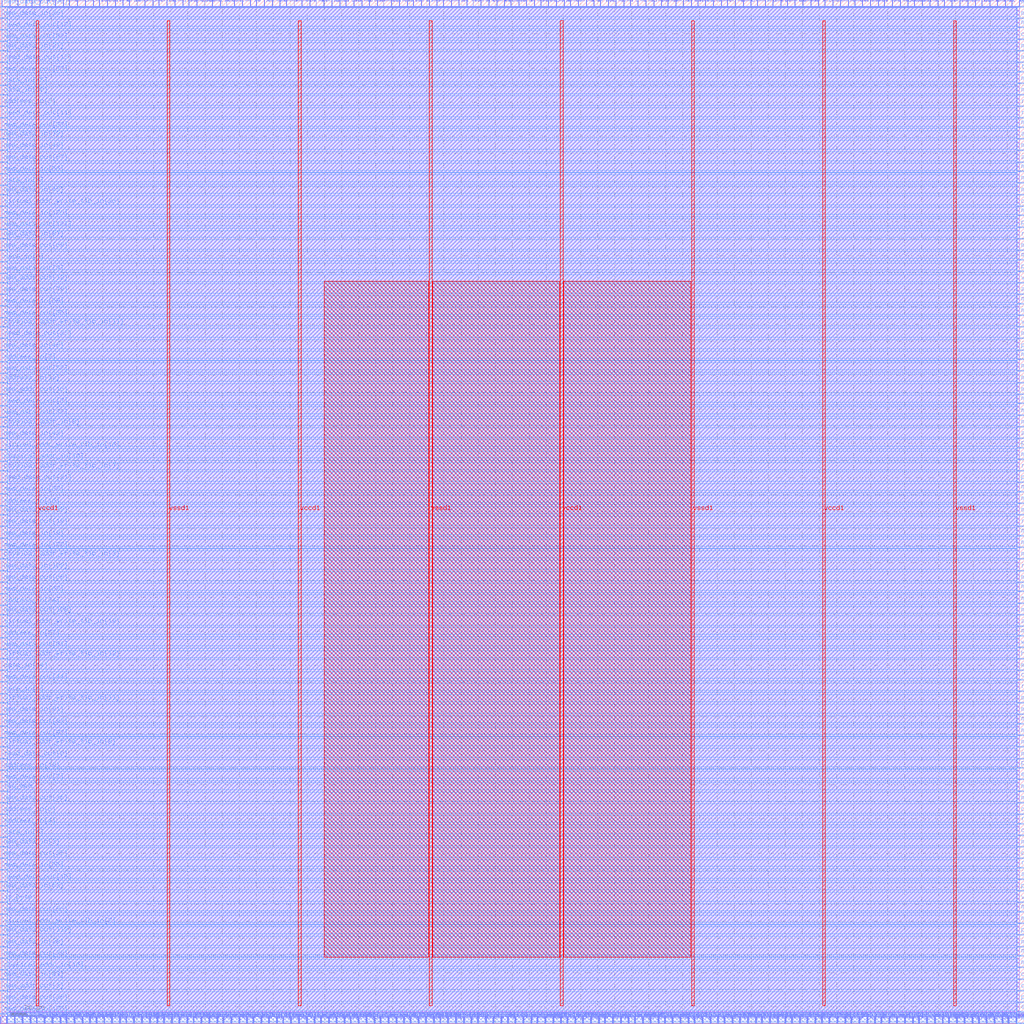
<source format=lef>
VERSION 5.7 ;
  NOWIREEXTENSIONATPIN ON ;
  DIVIDERCHAR "/" ;
  BUSBITCHARS "[]" ;
MACRO cache
  CLASS BLOCK ;
  FOREIGN cache ;
  ORIGIN 0.000 0.000 ;
  SIZE 600.000 BY 600.000 ;
  PIN address_in[0]
    DIRECTION INPUT ;
    USE SIGNAL ;
    PORT
      LAYER met2 ;
        RECT 49.770 596.000 50.050 600.000 ;
    END
  END address_in[0]
  PIN address_in[10]
    DIRECTION INPUT ;
    USE SIGNAL ;
    PORT
      LAYER met2 ;
        RECT 12.970 0.000 13.250 4.000 ;
    END
  END address_in[10]
  PIN address_in[11]
    DIRECTION INPUT ;
    USE SIGNAL ;
    PORT
      LAYER met2 ;
        RECT 411.330 0.000 411.610 4.000 ;
    END
  END address_in[11]
  PIN address_in[12]
    DIRECTION INPUT ;
    USE SIGNAL ;
    PORT
      LAYER met3 ;
        RECT 0.000 375.400 4.000 376.000 ;
    END
  END address_in[12]
  PIN address_in[13]
    DIRECTION INPUT ;
    USE SIGNAL ;
    PORT
      LAYER met3 ;
        RECT 596.000 504.600 600.000 505.200 ;
    END
  END address_in[13]
  PIN address_in[14]
    DIRECTION INPUT ;
    USE SIGNAL ;
    PORT
      LAYER met2 ;
        RECT 141.770 596.000 142.050 600.000 ;
    END
  END address_in[14]
  PIN address_in[15]
    DIRECTION INPUT ;
    USE SIGNAL ;
    PORT
      LAYER met2 ;
        RECT 185.010 596.000 185.290 600.000 ;
    END
  END address_in[15]
  PIN address_in[16]
    DIRECTION INPUT ;
    USE SIGNAL ;
    PORT
      LAYER met3 ;
        RECT 0.000 303.320 4.000 303.920 ;
    END
  END address_in[16]
  PIN address_in[17]
    DIRECTION INPUT ;
    USE SIGNAL ;
    PORT
      LAYER met2 ;
        RECT 264.130 596.000 264.410 600.000 ;
    END
  END address_in[17]
  PIN address_in[18]
    DIRECTION INPUT ;
    USE SIGNAL ;
    PORT
      LAYER met2 ;
        RECT 477.570 0.000 477.850 4.000 ;
    END
  END address_in[18]
  PIN address_in[19]
    DIRECTION INPUT ;
    USE SIGNAL ;
    PORT
      LAYER met3 ;
        RECT 0.000 148.280 4.000 148.880 ;
    END
  END address_in[19]
  PIN address_in[1]
    DIRECTION INPUT ;
    USE SIGNAL ;
    PORT
      LAYER met2 ;
        RECT 117.850 0.000 118.130 4.000 ;
    END
  END address_in[1]
  PIN address_in[20]
    DIRECTION INPUT ;
    USE SIGNAL ;
    PORT
      LAYER met3 ;
        RECT 596.000 84.360 600.000 84.960 ;
    END
  END address_in[20]
  PIN address_in[21]
    DIRECTION INPUT ;
    USE SIGNAL ;
    PORT
      LAYER met2 ;
        RECT 139.930 0.000 140.210 4.000 ;
    END
  END address_in[21]
  PIN address_in[22]
    DIRECTION INPUT ;
    USE SIGNAL ;
    PORT
      LAYER met2 ;
        RECT 507.930 0.000 508.210 4.000 ;
    END
  END address_in[22]
  PIN address_in[23]
    DIRECTION INPUT ;
    USE SIGNAL ;
    PORT
      LAYER met2 ;
        RECT 334.050 596.000 334.330 600.000 ;
    END
  END address_in[23]
  PIN address_in[24]
    DIRECTION INPUT ;
    USE SIGNAL ;
    PORT
      LAYER met3 ;
        RECT 0.000 244.840 4.000 245.440 ;
    END
  END address_in[24]
  PIN address_in[25]
    DIRECTION INPUT ;
    USE SIGNAL ;
    PORT
      LAYER met2 ;
        RECT 443.530 596.000 443.810 600.000 ;
    END
  END address_in[25]
  PIN address_in[26]
    DIRECTION INPUT ;
    USE SIGNAL ;
    PORT
      LAYER met2 ;
        RECT 485.850 0.000 486.130 4.000 ;
    END
  END address_in[26]
  PIN address_in[27]
    DIRECTION INPUT ;
    USE SIGNAL ;
    PORT
      LAYER met3 ;
        RECT 0.000 225.800 4.000 226.400 ;
    END
  END address_in[27]
  PIN address_in[28]
    DIRECTION INPUT ;
    USE SIGNAL ;
    PORT
      LAYER met3 ;
        RECT 596.000 427.080 600.000 427.680 ;
    END
  END address_in[28]
  PIN address_in[29]
    DIRECTION INPUT ;
    USE SIGNAL ;
    PORT
      LAYER met2 ;
        RECT 152.810 0.000 153.090 4.000 ;
    END
  END address_in[29]
  PIN address_in[2]
    DIRECTION INPUT ;
    USE SIGNAL ;
    PORT
      LAYER met2 ;
        RECT 60.810 0.000 61.090 4.000 ;
    END
  END address_in[2]
  PIN address_in[30]
    DIRECTION INPUT ;
    USE SIGNAL ;
    PORT
      LAYER met3 ;
        RECT 596.000 518.200 600.000 518.800 ;
    END
  END address_in[30]
  PIN address_in[31]
    DIRECTION INPUT ;
    USE SIGNAL ;
    PORT
      LAYER met2 ;
        RECT 132.570 596.000 132.850 600.000 ;
    END
  END address_in[31]
  PIN address_in[3]
    DIRECTION INPUT ;
    USE SIGNAL ;
    PORT
      LAYER met3 ;
        RECT 0.000 537.240 4.000 537.840 ;
    END
  END address_in[3]
  PIN address_in[4]
    DIRECTION INPUT ;
    USE SIGNAL ;
    PORT
      LAYER met3 ;
        RECT 0.000 115.640 4.000 116.240 ;
    END
  END address_in[4]
  PIN address_in[5]
    DIRECTION INPUT ;
    USE SIGNAL ;
    PORT
      LAYER met3 ;
        RECT 596.000 232.600 600.000 233.200 ;
    END
  END address_in[5]
  PIN address_in[6]
    DIRECTION INPUT ;
    USE SIGNAL ;
    PORT
      LAYER met3 ;
        RECT 0.000 122.440 4.000 123.040 ;
    END
  END address_in[6]
  PIN address_in[7]
    DIRECTION INPUT ;
    USE SIGNAL ;
    PORT
      LAYER met3 ;
        RECT 0.000 387.640 4.000 388.240 ;
    END
  END address_in[7]
  PIN address_in[8]
    DIRECTION INPUT ;
    USE SIGNAL ;
    PORT
      LAYER met3 ;
        RECT 596.000 6.840 600.000 7.440 ;
    END
  END address_in[8]
  PIN address_in[9]
    DIRECTION INPUT ;
    USE SIGNAL ;
    PORT
      LAYER met3 ;
        RECT 596.000 342.760 600.000 343.360 ;
    END
  END address_in[9]
  PIN clk
    DIRECTION INPUT ;
    USE SIGNAL ;
    PORT
      LAYER met2 ;
        RECT 365.330 596.000 365.610 600.000 ;
    END
  END clk
  PIN data_in[0]
    DIRECTION INPUT ;
    USE SIGNAL ;
    PORT
      LAYER met3 ;
        RECT 0.000 446.120 4.000 446.720 ;
    END
  END data_in[0]
  PIN data_in[10]
    DIRECTION INPUT ;
    USE SIGNAL ;
    PORT
      LAYER met3 ;
        RECT 596.000 110.200 600.000 110.800 ;
    END
  END data_in[10]
  PIN data_in[11]
    DIRECTION INPUT ;
    USE SIGNAL ;
    PORT
      LAYER met2 ;
        RECT 70.010 0.000 70.290 4.000 ;
    END
  END data_in[11]
  PIN data_in[12]
    DIRECTION INPUT ;
    USE SIGNAL ;
    PORT
      LAYER met2 ;
        RECT 588.890 596.000 589.170 600.000 ;
    END
  END data_in[12]
  PIN data_in[13]
    DIRECTION INPUT ;
    USE SIGNAL ;
    PORT
      LAYER met2 ;
        RECT 553.010 596.000 553.290 600.000 ;
    END
  END data_in[13]
  PIN data_in[14]
    DIRECTION INPUT ;
    USE SIGNAL ;
    PORT
      LAYER met3 ;
        RECT 0.000 206.760 4.000 207.360 ;
    END
  END data_in[14]
  PIN data_in[15]
    DIRECTION INPUT ;
    USE SIGNAL ;
    PORT
      LAYER met3 ;
        RECT 0.000 549.480 4.000 550.080 ;
    END
  END data_in[15]
  PIN data_in[16]
    DIRECTION INPUT ;
    USE SIGNAL ;
    PORT
      LAYER met3 ;
        RECT 596.000 201.320 600.000 201.920 ;
    END
  END data_in[16]
  PIN data_in[17]
    DIRECTION INPUT ;
    USE SIGNAL ;
    PORT
      LAYER met3 ;
        RECT 596.000 19.080 600.000 19.680 ;
    END
  END data_in[17]
  PIN data_in[18]
    DIRECTION INPUT ;
    USE SIGNAL ;
    PORT
      LAYER met3 ;
        RECT 596.000 576.680 600.000 577.280 ;
    END
  END data_in[18]
  PIN data_in[19]
    DIRECTION INPUT ;
    USE SIGNAL ;
    PORT
      LAYER met2 ;
        RECT 257.690 0.000 257.970 4.000 ;
    END
  END data_in[19]
  PIN data_in[1]
    DIRECTION INPUT ;
    USE SIGNAL ;
    PORT
      LAYER met3 ;
        RECT 596.000 478.760 600.000 479.360 ;
    END
  END data_in[1]
  PIN data_in[20]
    DIRECTION INPUT ;
    USE SIGNAL ;
    PORT
      LAYER met2 ;
        RECT 461.010 596.000 461.290 600.000 ;
    END
  END data_in[20]
  PIN data_in[21]
    DIRECTION INPUT ;
    USE SIGNAL ;
    PORT
      LAYER met2 ;
        RECT 244.810 0.000 245.090 4.000 ;
    END
  END data_in[21]
  PIN data_in[22]
    DIRECTION INPUT ;
    USE SIGNAL ;
    PORT
      LAYER met2 ;
        RECT 73.690 0.000 73.970 4.000 ;
    END
  END data_in[22]
  PIN data_in[23]
    DIRECTION INPUT ;
    USE SIGNAL ;
    PORT
      LAYER met2 ;
        RECT 575.090 596.000 575.370 600.000 ;
    END
  END data_in[23]
  PIN data_in[24]
    DIRECTION INPUT ;
    USE SIGNAL ;
    PORT
      LAYER met2 ;
        RECT 452.730 596.000 453.010 600.000 ;
    END
  END data_in[24]
  PIN data_in[25]
    DIRECTION INPUT ;
    USE SIGNAL ;
    PORT
      LAYER met2 ;
        RECT 89.330 596.000 89.610 600.000 ;
    END
  END data_in[25]
  PIN data_in[26]
    DIRECTION INPUT ;
    USE SIGNAL ;
    PORT
      LAYER met3 ;
        RECT 596.000 25.880 600.000 26.480 ;
    END
  END data_in[26]
  PIN data_in[27]
    DIRECTION INPUT ;
    USE SIGNAL ;
    PORT
      LAYER met2 ;
        RECT 262.290 0.000 262.570 4.000 ;
    END
  END data_in[27]
  PIN data_in[28]
    DIRECTION INPUT ;
    USE SIGNAL ;
    PORT
      LAYER met2 ;
        RECT 336.810 0.000 337.090 4.000 ;
    END
  END data_in[28]
  PIN data_in[29]
    DIRECTION INPUT ;
    USE SIGNAL ;
    PORT
      LAYER met2 ;
        RECT 566.810 596.000 567.090 600.000 ;
    END
  END data_in[29]
  PIN data_in[2]
    DIRECTION INPUT ;
    USE SIGNAL ;
    PORT
      LAYER met2 ;
        RECT 110.490 596.000 110.770 600.000 ;
    END
  END data_in[2]
  PIN data_in[30]
    DIRECTION INPUT ;
    USE SIGNAL ;
    PORT
      LAYER met3 ;
        RECT 0.000 544.040 4.000 544.640 ;
    END
  END data_in[30]
  PIN data_in[31]
    DIRECTION INPUT ;
    USE SIGNAL ;
    PORT
      LAYER met2 ;
        RECT 255.850 596.000 256.130 600.000 ;
    END
  END data_in[31]
  PIN data_in[3]
    DIRECTION INPUT ;
    USE SIGNAL ;
    PORT
      LAYER met3 ;
        RECT 596.000 122.440 600.000 123.040 ;
    END
  END data_in[3]
  PIN data_in[4]
    DIRECTION INPUT ;
    USE SIGNAL ;
    PORT
      LAYER met3 ;
        RECT 0.000 193.160 4.000 193.760 ;
    END
  END data_in[4]
  PIN data_in[5]
    DIRECTION INPUT ;
    USE SIGNAL ;
    PORT
      LAYER met3 ;
        RECT 596.000 96.600 600.000 97.200 ;
    END
  END data_in[5]
  PIN data_in[6]
    DIRECTION INPUT ;
    USE SIGNAL ;
    PORT
      LAYER met3 ;
        RECT 0.000 108.840 4.000 109.440 ;
    END
  END data_in[6]
  PIN data_in[7]
    DIRECTION INPUT ;
    USE SIGNAL ;
    PORT
      LAYER met2 ;
        RECT 5.610 596.000 5.890 600.000 ;
    END
  END data_in[7]
  PIN data_in[8]
    DIRECTION INPUT ;
    USE SIGNAL ;
    PORT
      LAYER met2 ;
        RECT 236.530 0.000 236.810 4.000 ;
    END
  END data_in[8]
  PIN data_in[9]
    DIRECTION INPUT ;
    USE SIGNAL ;
    PORT
      LAYER met3 ;
        RECT 0.000 491.000 4.000 491.600 ;
    END
  END data_in[9]
  PIN exc_protected_page_tlb
    DIRECTION OUTPUT TRISTATE ;
    USE SIGNAL ;
    PORT
      LAYER met3 ;
        RECT 596.000 142.840 600.000 143.440 ;
    END
  END exc_protected_page_tlb
  PIN hit_out
    DIRECTION OUTPUT TRISTATE ;
    USE SIGNAL ;
    PORT
      LAYER met3 ;
        RECT 596.000 213.560 600.000 214.160 ;
    END
  END hit_out
  PIN hit_tlb
    DIRECTION OUTPUT TRISTATE ;
    USE SIGNAL ;
    PORT
      LAYER met2 ;
        RECT 128.890 596.000 129.170 600.000 ;
    END
  END hit_tlb
  PIN is_byte
    DIRECTION INPUT ;
    USE SIGNAL ;
    PORT
      LAYER met3 ;
        RECT 0.000 70.760 4.000 71.360 ;
    END
  END is_byte
  PIN mem_addr_out[0]
    DIRECTION OUTPUT TRISTATE ;
    USE SIGNAL ;
    PORT
      LAYER met2 ;
        RECT 150.050 596.000 150.330 600.000 ;
    END
  END mem_addr_out[0]
  PIN mem_addr_out[10]
    DIRECTION OUTPUT TRISTATE ;
    USE SIGNAL ;
    PORT
      LAYER met3 ;
        RECT 596.000 595.720 600.000 596.320 ;
    END
  END mem_addr_out[10]
  PIN mem_addr_out[11]
    DIRECTION OUTPUT TRISTATE ;
    USE SIGNAL ;
    PORT
      LAYER met3 ;
        RECT 596.000 129.240 600.000 129.840 ;
    END
  END mem_addr_out[11]
  PIN mem_addr_out[12]
    DIRECTION OUTPUT TRISTATE ;
    USE SIGNAL ;
    PORT
      LAYER met3 ;
        RECT 0.000 433.880 4.000 434.480 ;
    END
  END mem_addr_out[12]
  PIN mem_addr_out[13]
    DIRECTION OUTPUT TRISTATE ;
    USE SIGNAL ;
    PORT
      LAYER met3 ;
        RECT 596.000 356.360 600.000 356.960 ;
    END
  END mem_addr_out[13]
  PIN mem_addr_out[14]
    DIRECTION OUTPUT TRISTATE ;
    USE SIGNAL ;
    PORT
      LAYER met2 ;
        RECT 433.410 0.000 433.690 4.000 ;
    END
  END mem_addr_out[14]
  PIN mem_addr_out[15]
    DIRECTION OUTPUT TRISTATE ;
    USE SIGNAL ;
    PORT
      LAYER met2 ;
        RECT 460.090 0.000 460.370 4.000 ;
    END
  END mem_addr_out[15]
  PIN mem_addr_out[16]
    DIRECTION OUTPUT TRISTATE ;
    USE SIGNAL ;
    PORT
      LAYER met3 ;
        RECT 0.000 368.600 4.000 369.200 ;
    END
  END mem_addr_out[16]
  PIN mem_addr_out[17]
    DIRECTION OUTPUT TRISTATE ;
    USE SIGNAL ;
    PORT
      LAYER met2 ;
        RECT 14.810 596.000 15.090 600.000 ;
    END
  END mem_addr_out[17]
  PIN mem_addr_out[18]
    DIRECTION OUTPUT TRISTATE ;
    USE SIGNAL ;
    PORT
      LAYER met2 ;
        RECT 30.450 0.000 30.730 4.000 ;
    END
  END mem_addr_out[18]
  PIN mem_addr_out[19]
    DIRECTION OUTPUT TRISTATE ;
    USE SIGNAL ;
    PORT
      LAYER met2 ;
        RECT 346.010 0.000 346.290 4.000 ;
    END
  END mem_addr_out[19]
  PIN mem_addr_out[1]
    DIRECTION OUTPUT TRISTATE ;
    USE SIGNAL ;
    PORT
      LAYER met2 ;
        RECT 330.370 596.000 330.650 600.000 ;
    END
  END mem_addr_out[1]
  PIN mem_addr_out[2]
    DIRECTION OUTPUT TRISTATE ;
    USE SIGNAL ;
    PORT
      LAYER met2 ;
        RECT 92.090 0.000 92.370 4.000 ;
    END
  END mem_addr_out[2]
  PIN mem_addr_out[3]
    DIRECTION OUTPUT TRISTATE ;
    USE SIGNAL ;
    PORT
      LAYER met3 ;
        RECT 0.000 19.080 4.000 19.680 ;
    END
  END mem_addr_out[3]
  PIN mem_addr_out[4]
    DIRECTION OUTPUT TRISTATE ;
    USE SIGNAL ;
    PORT
      LAYER met3 ;
        RECT 596.000 258.440 600.000 259.040 ;
    END
  END mem_addr_out[4]
  PIN mem_addr_out[5]
    DIRECTION OUTPUT TRISTATE ;
    USE SIGNAL ;
    PORT
      LAYER met2 ;
        RECT 205.250 0.000 205.530 4.000 ;
    END
  END mem_addr_out[5]
  PIN mem_addr_out[6]
    DIRECTION OUTPUT TRISTATE ;
    USE SIGNAL ;
    PORT
      LAYER met2 ;
        RECT 368.090 0.000 368.370 4.000 ;
    END
  END mem_addr_out[6]
  PIN mem_addr_out[7]
    DIRECTION OUTPUT TRISTATE ;
    USE SIGNAL ;
    PORT
      LAYER met2 ;
        RECT 277.010 596.000 277.290 600.000 ;
    END
  END mem_addr_out[7]
  PIN mem_addr_out[8]
    DIRECTION OUTPUT TRISTATE ;
    USE SIGNAL ;
    PORT
      LAYER met2 ;
        RECT 106.810 596.000 107.090 600.000 ;
    END
  END mem_addr_out[8]
  PIN mem_addr_out[9]
    DIRECTION OUTPUT TRISTATE ;
    USE SIGNAL ;
    PORT
      LAYER met2 ;
        RECT 1.010 596.000 1.290 600.000 ;
    END
  END mem_addr_out[9]
  PIN mem_data_in[0]
    DIRECTION INPUT ;
    USE SIGNAL ;
    PORT
      LAYER met2 ;
        RECT 408.570 596.000 408.850 600.000 ;
    END
  END mem_data_in[0]
  PIN mem_data_in[100]
    DIRECTION INPUT ;
    USE SIGNAL ;
    PORT
      LAYER met2 ;
        RECT 542.890 0.000 543.170 4.000 ;
    END
  END mem_data_in[100]
  PIN mem_data_in[101]
    DIRECTION INPUT ;
    USE SIGNAL ;
    PORT
      LAYER met2 ;
        RECT 216.290 596.000 216.570 600.000 ;
    END
  END mem_data_in[101]
  PIN mem_data_in[102]
    DIRECTION INPUT ;
    USE SIGNAL ;
    PORT
      LAYER met2 ;
        RECT 413.170 596.000 413.450 600.000 ;
    END
  END mem_data_in[102]
  PIN mem_data_in[103]
    DIRECTION INPUT ;
    USE SIGNAL ;
    PORT
      LAYER met2 ;
        RECT 219.050 0.000 219.330 4.000 ;
    END
  END mem_data_in[103]
  PIN mem_data_in[104]
    DIRECTION INPUT ;
    USE SIGNAL ;
    PORT
      LAYER met3 ;
        RECT 596.000 65.320 600.000 65.920 ;
    END
  END mem_data_in[104]
  PIN mem_data_in[105]
    DIRECTION INPUT ;
    USE SIGNAL ;
    PORT
      LAYER met2 ;
        RECT 87.490 0.000 87.770 4.000 ;
    END
  END mem_data_in[105]
  PIN mem_data_in[106]
    DIRECTION INPUT ;
    USE SIGNAL ;
    PORT
      LAYER met3 ;
        RECT 596.000 304.680 600.000 305.280 ;
    END
  END mem_data_in[106]
  PIN mem_data_in[107]
    DIRECTION INPUT ;
    USE SIGNAL ;
    PORT
      LAYER met2 ;
        RECT 23.090 596.000 23.370 600.000 ;
    END
  END mem_data_in[107]
  PIN mem_data_in[108]
    DIRECTION INPUT ;
    USE SIGNAL ;
    PORT
      LAYER met3 ;
        RECT 596.000 32.680 600.000 33.280 ;
    END
  END mem_data_in[108]
  PIN mem_data_in[109]
    DIRECTION INPUT ;
    USE SIGNAL ;
    PORT
      LAYER met3 ;
        RECT 0.000 265.240 4.000 265.840 ;
    END
  END mem_data_in[109]
  PIN mem_data_in[10]
    DIRECTION INPUT ;
    USE SIGNAL ;
    PORT
      LAYER met2 ;
        RECT 56.210 0.000 56.490 4.000 ;
    END
  END mem_data_in[10]
  PIN mem_data_in[110]
    DIRECTION INPUT ;
    USE SIGNAL ;
    PORT
      LAYER met2 ;
        RECT 587.050 0.000 587.330 4.000 ;
    END
  END mem_data_in[110]
  PIN mem_data_in[111]
    DIRECTION INPUT ;
    USE SIGNAL ;
    PORT
      LAYER met2 ;
        RECT 181.330 596.000 181.610 600.000 ;
    END
  END mem_data_in[111]
  PIN mem_data_in[112]
    DIRECTION INPUT ;
    USE SIGNAL ;
    PORT
      LAYER met2 ;
        RECT 54.370 596.000 54.650 600.000 ;
    END
  END mem_data_in[112]
  PIN mem_data_in[113]
    DIRECTION INPUT ;
    USE SIGNAL ;
    PORT
      LAYER met2 ;
        RECT 552.090 0.000 552.370 4.000 ;
    END
  END mem_data_in[113]
  PIN mem_data_in[114]
    DIRECTION INPUT ;
    USE SIGNAL ;
    PORT
      LAYER met2 ;
        RECT 184.090 0.000 184.370 4.000 ;
    END
  END mem_data_in[114]
  PIN mem_data_in[115]
    DIRECTION INPUT ;
    USE SIGNAL ;
    PORT
      LAYER met2 ;
        RECT 319.330 0.000 319.610 4.000 ;
    END
  END mem_data_in[115]
  PIN mem_data_in[116]
    DIRECTION INPUT ;
    USE SIGNAL ;
    PORT
      LAYER met3 ;
        RECT 596.000 187.720 600.000 188.320 ;
    END
  END mem_data_in[116]
  PIN mem_data_in[117]
    DIRECTION INPUT ;
    USE SIGNAL ;
    PORT
      LAYER met2 ;
        RECT 555.770 0.000 556.050 4.000 ;
    END
  END mem_data_in[117]
  PIN mem_data_in[118]
    DIRECTION INPUT ;
    USE SIGNAL ;
    PORT
      LAYER met2 ;
        RECT 435.250 596.000 435.530 600.000 ;
    END
  END mem_data_in[118]
  PIN mem_data_in[119]
    DIRECTION INPUT ;
    USE SIGNAL ;
    PORT
      LAYER met2 ;
        RECT 525.410 0.000 525.690 4.000 ;
    END
  END mem_data_in[119]
  PIN mem_data_in[11]
    DIRECTION INPUT ;
    USE SIGNAL ;
    PORT
      LAYER met2 ;
        RECT 251.250 596.000 251.530 600.000 ;
    END
  END mem_data_in[11]
  PIN mem_data_in[120]
    DIRECTION INPUT ;
    USE SIGNAL ;
    PORT
      LAYER met3 ;
        RECT 0.000 471.960 4.000 472.560 ;
    END
  END mem_data_in[120]
  PIN mem_data_in[121]
    DIRECTION INPUT ;
    USE SIGNAL ;
    PORT
      LAYER met2 ;
        RECT 62.650 596.000 62.930 600.000 ;
    END
  END mem_data_in[121]
  PIN mem_data_in[122]
    DIRECTION INPUT ;
    USE SIGNAL ;
    PORT
      LAYER met3 ;
        RECT 0.000 277.480 4.000 278.080 ;
    END
  END mem_data_in[122]
  PIN mem_data_in[123]
    DIRECTION INPUT ;
    USE SIGNAL ;
    PORT
      LAYER met2 ;
        RECT 522.650 596.000 522.930 600.000 ;
    END
  END mem_data_in[123]
  PIN mem_data_in[124]
    DIRECTION INPUT ;
    USE SIGNAL ;
    PORT
      LAYER met3 ;
        RECT 596.000 421.640 600.000 422.240 ;
    END
  END mem_data_in[124]
  PIN mem_data_in[125]
    DIRECTION INPUT ;
    USE SIGNAL ;
    PORT
      LAYER met3 ;
        RECT 0.000 5.480 4.000 6.080 ;
    END
  END mem_data_in[125]
  PIN mem_data_in[126]
    DIRECTION INPUT ;
    USE SIGNAL ;
    PORT
      LAYER met2 ;
        RECT 75.530 596.000 75.810 600.000 ;
    END
  END mem_data_in[126]
  PIN mem_data_in[127]
    DIRECTION INPUT ;
    USE SIGNAL ;
    PORT
      LAYER met2 ;
        RECT 170.290 0.000 170.570 4.000 ;
    END
  END mem_data_in[127]
  PIN mem_data_in[12]
    DIRECTION INPUT ;
    USE SIGNAL ;
    PORT
      LAYER met2 ;
        RECT 531.850 596.000 532.130 600.000 ;
    END
  END mem_data_in[12]
  PIN mem_data_in[13]
    DIRECTION INPUT ;
    USE SIGNAL ;
    PORT
      LAYER met2 ;
        RECT 509.770 596.000 510.050 600.000 ;
    END
  END mem_data_in[13]
  PIN mem_data_in[14]
    DIRECTION INPUT ;
    USE SIGNAL ;
    PORT
      LAYER met3 ;
        RECT 596.000 155.080 600.000 155.680 ;
    END
  END mem_data_in[14]
  PIN mem_data_in[15]
    DIRECTION INPUT ;
    USE SIGNAL ;
    PORT
      LAYER met2 ;
        RECT 295.410 596.000 295.690 600.000 ;
    END
  END mem_data_in[15]
  PIN mem_data_in[16]
    DIRECTION INPUT ;
    USE SIGNAL ;
    PORT
      LAYER met3 ;
        RECT 596.000 492.360 600.000 492.960 ;
    END
  END mem_data_in[16]
  PIN mem_data_in[17]
    DIRECTION INPUT ;
    USE SIGNAL ;
    PORT
      LAYER met3 ;
        RECT 596.000 0.040 600.000 0.640 ;
    END
  END mem_data_in[17]
  PIN mem_data_in[18]
    DIRECTION INPUT ;
    USE SIGNAL ;
    PORT
      LAYER met2 ;
        RECT 174.890 0.000 175.170 4.000 ;
    END
  END mem_data_in[18]
  PIN mem_data_in[19]
    DIRECTION INPUT ;
    USE SIGNAL ;
    PORT
      LAYER met3 ;
        RECT 0.000 284.280 4.000 284.880 ;
    END
  END mem_data_in[19]
  PIN mem_data_in[1]
    DIRECTION INPUT ;
    USE SIGNAL ;
    PORT
      LAYER met2 ;
        RECT 124.290 596.000 124.570 600.000 ;
    END
  END mem_data_in[1]
  PIN mem_data_in[20]
    DIRECTION INPUT ;
    USE SIGNAL ;
    PORT
      LAYER met3 ;
        RECT 0.000 588.920 4.000 589.520 ;
    END
  END mem_data_in[20]
  PIN mem_data_in[21]
    DIRECTION INPUT ;
    USE SIGNAL ;
    PORT
      LAYER met3 ;
        RECT 0.000 569.880 4.000 570.480 ;
    END
  END mem_data_in[21]
  PIN mem_data_in[22]
    DIRECTION INPUT ;
    USE SIGNAL ;
    PORT
      LAYER met2 ;
        RECT 382.810 596.000 383.090 600.000 ;
    END
  END mem_data_in[22]
  PIN mem_data_in[23]
    DIRECTION INPUT ;
    USE SIGNAL ;
    PORT
      LAYER met2 ;
        RECT 246.650 596.000 246.930 600.000 ;
    END
  END mem_data_in[23]
  PIN mem_data_in[24]
    DIRECTION INPUT ;
    USE SIGNAL ;
    PORT
      LAYER met2 ;
        RECT 557.610 596.000 557.890 600.000 ;
    END
  END mem_data_in[24]
  PIN mem_data_in[25]
    DIRECTION INPUT ;
    USE SIGNAL ;
    PORT
      LAYER met2 ;
        RECT 371.770 0.000 372.050 4.000 ;
    END
  END mem_data_in[25]
  PIN mem_data_in[26]
    DIRECTION INPUT ;
    USE SIGNAL ;
    PORT
      LAYER met2 ;
        RECT 312.890 596.000 313.170 600.000 ;
    END
  END mem_data_in[26]
  PIN mem_data_in[27]
    DIRECTION INPUT ;
    USE SIGNAL ;
    PORT
      LAYER met2 ;
        RECT 376.370 0.000 376.650 4.000 ;
    END
  END mem_data_in[27]
  PIN mem_data_in[28]
    DIRECTION INPUT ;
    USE SIGNAL ;
    PORT
      LAYER met3 ;
        RECT 0.000 44.920 4.000 45.520 ;
    END
  END mem_data_in[28]
  PIN mem_data_in[29]
    DIRECTION INPUT ;
    USE SIGNAL ;
    PORT
      LAYER met2 ;
        RECT 222.730 0.000 223.010 4.000 ;
    END
  END mem_data_in[29]
  PIN mem_data_in[2]
    DIRECTION INPUT ;
    USE SIGNAL ;
    PORT
      LAYER met2 ;
        RECT 490.450 0.000 490.730 4.000 ;
    END
  END mem_data_in[2]
  PIN mem_data_in[30]
    DIRECTION INPUT ;
    USE SIGNAL ;
    PORT
      LAYER met2 ;
        RECT 163.850 596.000 164.130 600.000 ;
    END
  END mem_data_in[30]
  PIN mem_data_in[31]
    DIRECTION INPUT ;
    USE SIGNAL ;
    PORT
      LAYER met2 ;
        RECT 514.370 596.000 514.650 600.000 ;
    END
  END mem_data_in[31]
  PIN mem_data_in[32]
    DIRECTION INPUT ;
    USE SIGNAL ;
    PORT
      LAYER met3 ;
        RECT 596.000 414.840 600.000 415.440 ;
    END
  END mem_data_in[32]
  PIN mem_data_in[33]
    DIRECTION INPUT ;
    USE SIGNAL ;
    PORT
      LAYER met2 ;
        RECT 189.610 596.000 189.890 600.000 ;
    END
  END mem_data_in[33]
  PIN mem_data_in[34]
    DIRECTION INPUT ;
    USE SIGNAL ;
    PORT
      LAYER met2 ;
        RECT 115.090 596.000 115.370 600.000 ;
    END
  END mem_data_in[34]
  PIN mem_data_in[35]
    DIRECTION INPUT ;
    USE SIGNAL ;
    PORT
      LAYER met2 ;
        RECT 360.730 596.000 361.010 600.000 ;
    END
  END mem_data_in[35]
  PIN mem_data_in[36]
    DIRECTION INPUT ;
    USE SIGNAL ;
    PORT
      LAYER met2 ;
        RECT 428.810 0.000 429.090 4.000 ;
    END
  END mem_data_in[36]
  PIN mem_data_in[37]
    DIRECTION INPUT ;
    USE SIGNAL ;
    PORT
      LAYER met3 ;
        RECT 596.000 239.400 600.000 240.000 ;
    END
  END mem_data_in[37]
  PIN mem_data_in[38]
    DIRECTION INPUT ;
    USE SIGNAL ;
    PORT
      LAYER met2 ;
        RECT 157.410 0.000 157.690 4.000 ;
    END
  END mem_data_in[38]
  PIN mem_data_in[39]
    DIRECTION INPUT ;
    USE SIGNAL ;
    PORT
      LAYER met3 ;
        RECT 596.000 175.480 600.000 176.080 ;
    END
  END mem_data_in[39]
  PIN mem_data_in[3]
    DIRECTION INPUT ;
    USE SIGNAL ;
    PORT
      LAYER met3 ;
        RECT 0.000 103.400 4.000 104.000 ;
    END
  END mem_data_in[3]
  PIN mem_data_in[40]
    DIRECTION INPUT ;
    USE SIGNAL ;
    PORT
      LAYER met3 ;
        RECT 596.000 499.160 600.000 499.760 ;
    END
  END mem_data_in[40]
  PIN mem_data_in[41]
    DIRECTION INPUT ;
    USE SIGNAL ;
    PORT
      LAYER met3 ;
        RECT 596.000 297.880 600.000 298.480 ;
    END
  END mem_data_in[41]
  PIN mem_data_in[42]
    DIRECTION INPUT ;
    USE SIGNAL ;
    PORT
      LAYER met3 ;
        RECT 0.000 342.760 4.000 343.360 ;
    END
  END mem_data_in[42]
  PIN mem_data_in[43]
    DIRECTION INPUT ;
    USE SIGNAL ;
    PORT
      LAYER met2 ;
        RECT 273.330 596.000 273.610 600.000 ;
    END
  END mem_data_in[43]
  PIN mem_data_in[44]
    DIRECTION INPUT ;
    USE SIGNAL ;
    PORT
      LAYER met3 ;
        RECT 596.000 550.840 600.000 551.440 ;
    END
  END mem_data_in[44]
  PIN mem_data_in[45]
    DIRECTION INPUT ;
    USE SIGNAL ;
    PORT
      LAYER met3 ;
        RECT 0.000 485.560 4.000 486.160 ;
    END
  END mem_data_in[45]
  PIN mem_data_in[46]
    DIRECTION INPUT ;
    USE SIGNAL ;
    PORT
      LAYER met2 ;
        RECT 438.010 0.000 438.290 4.000 ;
    END
  END mem_data_in[46]
  PIN mem_data_in[47]
    DIRECTION INPUT ;
    USE SIGNAL ;
    PORT
      LAYER met3 ;
        RECT 596.000 44.920 600.000 45.520 ;
    END
  END mem_data_in[47]
  PIN mem_data_in[48]
    DIRECTION INPUT ;
    USE SIGNAL ;
    PORT
      LAYER met3 ;
        RECT 0.000 394.440 4.000 395.040 ;
    END
  END mem_data_in[48]
  PIN mem_data_in[49]
    DIRECTION INPUT ;
    USE SIGNAL ;
    PORT
      LAYER met3 ;
        RECT 0.000 511.400 4.000 512.000 ;
    END
  END mem_data_in[49]
  PIN mem_data_in[4]
    DIRECTION INPUT ;
    USE SIGNAL ;
    PORT
      LAYER met2 ;
        RECT 36.890 596.000 37.170 600.000 ;
    END
  END mem_data_in[4]
  PIN mem_data_in[50]
    DIRECTION INPUT ;
    USE SIGNAL ;
    PORT
      LAYER met2 ;
        RECT 299.090 596.000 299.370 600.000 ;
    END
  END mem_data_in[50]
  PIN mem_data_in[51]
    DIRECTION INPUT ;
    USE SIGNAL ;
    PORT
      LAYER met2 ;
        RECT 97.610 596.000 97.890 600.000 ;
    END
  END mem_data_in[51]
  PIN mem_data_in[52]
    DIRECTION INPUT ;
    USE SIGNAL ;
    PORT
      LAYER met2 ;
        RECT 358.890 0.000 359.170 4.000 ;
    END
  END mem_data_in[52]
  PIN mem_data_in[53]
    DIRECTION INPUT ;
    USE SIGNAL ;
    PORT
      LAYER met3 ;
        RECT 596.000 161.880 600.000 162.480 ;
    END
  END mem_data_in[53]
  PIN mem_data_in[54]
    DIRECTION INPUT ;
    USE SIGNAL ;
    PORT
      LAYER met2 ;
        RECT 211.690 596.000 211.970 600.000 ;
    END
  END mem_data_in[54]
  PIN mem_data_in[55]
    DIRECTION INPUT ;
    USE SIGNAL ;
    PORT
      LAYER met3 ;
        RECT 0.000 89.800 4.000 90.400 ;
    END
  END mem_data_in[55]
  PIN mem_data_in[56]
    DIRECTION INPUT ;
    USE SIGNAL ;
    PORT
      LAYER met3 ;
        RECT 0.000 497.800 4.000 498.400 ;
    END
  END mem_data_in[56]
  PIN mem_data_in[57]
    DIRECTION INPUT ;
    USE SIGNAL ;
    PORT
      LAYER met3 ;
        RECT 596.000 447.480 600.000 448.080 ;
    END
  END mem_data_in[57]
  PIN mem_data_in[58]
    DIRECTION INPUT ;
    USE SIGNAL ;
    PORT
      LAYER met3 ;
        RECT 596.000 473.320 600.000 473.920 ;
    END
  END mem_data_in[58]
  PIN mem_data_in[59]
    DIRECTION INPUT ;
    USE SIGNAL ;
    PORT
      LAYER met3 ;
        RECT 0.000 420.280 4.000 420.880 ;
    END
  END mem_data_in[59]
  PIN mem_data_in[5]
    DIRECTION INPUT ;
    USE SIGNAL ;
    PORT
      LAYER met2 ;
        RECT 338.650 596.000 338.930 600.000 ;
    END
  END mem_data_in[5]
  PIN mem_data_in[60]
    DIRECTION INPUT ;
    USE SIGNAL ;
    PORT
      LAYER met2 ;
        RECT 538.290 0.000 538.570 4.000 ;
    END
  END mem_data_in[60]
  PIN mem_data_in[61]
    DIRECTION INPUT ;
    USE SIGNAL ;
    PORT
      LAYER met2 ;
        RECT 380.970 0.000 381.250 4.000 ;
    END
  END mem_data_in[61]
  PIN mem_data_in[62]
    DIRECTION INPUT ;
    USE SIGNAL ;
    PORT
      LAYER met3 ;
        RECT 0.000 251.640 4.000 252.240 ;
    END
  END mem_data_in[62]
  PIN mem_data_in[63]
    DIRECTION INPUT ;
    USE SIGNAL ;
    PORT
      LAYER met3 ;
        RECT 0.000 77.560 4.000 78.160 ;
    END
  END mem_data_in[63]
  PIN mem_data_in[64]
    DIRECTION INPUT ;
    USE SIGNAL ;
    PORT
      LAYER met3 ;
        RECT 596.000 544.040 600.000 544.640 ;
    END
  END mem_data_in[64]
  PIN mem_data_in[65]
    DIRECTION INPUT ;
    USE SIGNAL ;
    PORT
      LAYER met3 ;
        RECT 596.000 227.160 600.000 227.760 ;
    END
  END mem_data_in[65]
  PIN mem_data_in[66]
    DIRECTION INPUT ;
    USE SIGNAL ;
    PORT
      LAYER met2 ;
        RECT 196.970 0.000 197.250 4.000 ;
    END
  END mem_data_in[66]
  PIN mem_data_in[67]
    DIRECTION INPUT ;
    USE SIGNAL ;
    PORT
      LAYER met2 ;
        RECT 369.010 596.000 369.290 600.000 ;
    END
  END mem_data_in[67]
  PIN mem_data_in[68]
    DIRECTION INPUT ;
    USE SIGNAL ;
    PORT
      LAYER met2 ;
        RECT 32.290 596.000 32.570 600.000 ;
    END
  END mem_data_in[68]
  PIN mem_data_in[69]
    DIRECTION INPUT ;
    USE SIGNAL ;
    PORT
      LAYER met2 ;
        RECT 27.690 596.000 27.970 600.000 ;
    END
  END mem_data_in[69]
  PIN mem_data_in[6]
    DIRECTION INPUT ;
    USE SIGNAL ;
    PORT
      LAYER met2 ;
        RECT 323.930 0.000 324.210 4.000 ;
    END
  END mem_data_in[6]
  PIN mem_data_in[70]
    DIRECTION INPUT ;
    USE SIGNAL ;
    PORT
      LAYER met2 ;
        RECT 569.570 0.000 569.850 4.000 ;
    END
  END mem_data_in[70]
  PIN mem_data_in[71]
    DIRECTION INPUT ;
    USE SIGNAL ;
    PORT
      LAYER met2 ;
        RECT 450.890 0.000 451.170 4.000 ;
    END
  END mem_data_in[71]
  PIN mem_data_in[72]
    DIRECTION INPUT ;
    USE SIGNAL ;
    PORT
      LAYER met2 ;
        RECT 316.570 596.000 316.850 600.000 ;
    END
  END mem_data_in[72]
  PIN mem_data_in[73]
    DIRECTION INPUT ;
    USE SIGNAL ;
    PORT
      LAYER met3 ;
        RECT 596.000 563.080 600.000 563.680 ;
    END
  END mem_data_in[73]
  PIN mem_data_in[74]
    DIRECTION INPUT ;
    USE SIGNAL ;
    PORT
      LAYER met2 ;
        RECT 266.890 0.000 267.170 4.000 ;
    END
  END mem_data_in[74]
  PIN mem_data_in[75]
    DIRECTION INPUT ;
    USE SIGNAL ;
    PORT
      LAYER met2 ;
        RECT 135.330 0.000 135.610 4.000 ;
    END
  END mem_data_in[75]
  PIN mem_data_in[76]
    DIRECTION INPUT ;
    USE SIGNAL ;
    PORT
      LAYER met3 ;
        RECT 596.000 278.840 600.000 279.440 ;
    END
  END mem_data_in[76]
  PIN mem_data_in[77]
    DIRECTION INPUT ;
    USE SIGNAL ;
    PORT
      LAYER met2 ;
        RECT 67.250 596.000 67.530 600.000 ;
    END
  END mem_data_in[77]
  PIN mem_data_in[78]
    DIRECTION INPUT ;
    USE SIGNAL ;
    PORT
      LAYER met2 ;
        RECT 284.370 0.000 284.650 4.000 ;
    END
  END mem_data_in[78]
  PIN mem_data_in[79]
    DIRECTION INPUT ;
    USE SIGNAL ;
    PORT
      LAYER met3 ;
        RECT 0.000 518.200 4.000 518.800 ;
    END
  END mem_data_in[79]
  PIN mem_data_in[7]
    DIRECTION INPUT ;
    USE SIGNAL ;
    PORT
      LAYER met3 ;
        RECT 596.000 485.560 600.000 486.160 ;
    END
  END mem_data_in[7]
  PIN mem_data_in[80]
    DIRECTION INPUT ;
    USE SIGNAL ;
    PORT
      LAYER met2 ;
        RECT 207.090 596.000 207.370 600.000 ;
    END
  END mem_data_in[80]
  PIN mem_data_in[81]
    DIRECTION INPUT ;
    USE SIGNAL ;
    PORT
      LAYER met2 ;
        RECT 187.770 0.000 188.050 4.000 ;
    END
  END mem_data_in[81]
  PIN mem_data_in[82]
    DIRECTION INPUT ;
    USE SIGNAL ;
    PORT
      LAYER met3 ;
        RECT 0.000 310.120 4.000 310.720 ;
    END
  END mem_data_in[82]
  PIN mem_data_in[83]
    DIRECTION INPUT ;
    USE SIGNAL ;
    PORT
      LAYER met3 ;
        RECT 0.000 25.880 4.000 26.480 ;
    END
  END mem_data_in[83]
  PIN mem_data_in[84]
    DIRECTION INPUT ;
    USE SIGNAL ;
    PORT
      LAYER met2 ;
        RECT 463.770 0.000 464.050 4.000 ;
    END
  END mem_data_in[84]
  PIN mem_data_in[85]
    DIRECTION INPUT ;
    USE SIGNAL ;
    PORT
      LAYER met2 ;
        RECT 446.290 0.000 446.570 4.000 ;
    END
  END mem_data_in[85]
  PIN mem_data_in[86]
    DIRECTION INPUT ;
    USE SIGNAL ;
    PORT
      LAYER met2 ;
        RECT 387.410 596.000 387.690 600.000 ;
    END
  END mem_data_in[86]
  PIN mem_data_in[87]
    DIRECTION INPUT ;
    USE SIGNAL ;
    PORT
      LAYER met3 ;
        RECT 0.000 459.720 4.000 460.320 ;
    END
  END mem_data_in[87]
  PIN mem_data_in[88]
    DIRECTION INPUT ;
    USE SIGNAL ;
    PORT
      LAYER met2 ;
        RECT 518.050 596.000 518.330 600.000 ;
    END
  END mem_data_in[88]
  PIN mem_data_in[89]
    DIRECTION INPUT ;
    USE SIGNAL ;
    PORT
      LAYER met2 ;
        RECT 400.290 596.000 400.570 600.000 ;
    END
  END mem_data_in[89]
  PIN mem_data_in[8]
    DIRECTION INPUT ;
    USE SIGNAL ;
    PORT
      LAYER met2 ;
        RECT 314.730 0.000 315.010 4.000 ;
    END
  END mem_data_in[8]
  PIN mem_data_in[90]
    DIRECTION INPUT ;
    USE SIGNAL ;
    PORT
      LAYER met2 ;
        RECT 356.130 596.000 356.410 600.000 ;
    END
  END mem_data_in[90]
  PIN mem_data_in[91]
    DIRECTION INPUT ;
    USE SIGNAL ;
    PORT
      LAYER met3 ;
        RECT 0.000 180.920 4.000 181.520 ;
    END
  END mem_data_in[91]
  PIN mem_data_in[92]
    DIRECTION INPUT ;
    USE SIGNAL ;
    PORT
      LAYER met2 ;
        RECT 389.250 0.000 389.530 4.000 ;
    END
  END mem_data_in[92]
  PIN mem_data_in[93]
    DIRECTION INPUT ;
    USE SIGNAL ;
    PORT
      LAYER met2 ;
        RECT 595.330 0.000 595.610 4.000 ;
    END
  END mem_data_in[93]
  PIN mem_data_in[94]
    DIRECTION INPUT ;
    USE SIGNAL ;
    PORT
      LAYER met2 ;
        RECT 209.850 0.000 210.130 4.000 ;
    END
  END mem_data_in[94]
  PIN mem_data_in[95]
    DIRECTION INPUT ;
    USE SIGNAL ;
    PORT
      LAYER met2 ;
        RECT 249.410 0.000 249.690 4.000 ;
    END
  END mem_data_in[95]
  PIN mem_data_in[96]
    DIRECTION INPUT ;
    USE SIGNAL ;
    PORT
      LAYER met2 ;
        RECT 100.370 0.000 100.650 4.000 ;
    END
  END mem_data_in[96]
  PIN mem_data_in[97]
    DIRECTION INPUT ;
    USE SIGNAL ;
    PORT
      LAYER met3 ;
        RECT 596.000 511.400 600.000 512.000 ;
    END
  END mem_data_in[97]
  PIN mem_data_in[98]
    DIRECTION INPUT ;
    USE SIGNAL ;
    PORT
      LAYER met2 ;
        RECT 479.410 596.000 479.690 600.000 ;
    END
  END mem_data_in[98]
  PIN mem_data_in[99]
    DIRECTION INPUT ;
    USE SIGNAL ;
    PORT
      LAYER met2 ;
        RECT 332.210 0.000 332.490 4.000 ;
    END
  END mem_data_in[99]
  PIN mem_data_in[9]
    DIRECTION INPUT ;
    USE SIGNAL ;
    PORT
      LAYER met3 ;
        RECT 596.000 368.600 600.000 369.200 ;
    END
  END mem_data_in[9]
  PIN mem_data_out[0]
    DIRECTION OUTPUT TRISTATE ;
    USE SIGNAL ;
    PORT
      LAYER met2 ;
        RECT 113.250 0.000 113.530 4.000 ;
    END
  END mem_data_out[0]
  PIN mem_data_out[100]
    DIRECTION OUTPUT TRISTATE ;
    USE SIGNAL ;
    PORT
      LAYER met3 ;
        RECT 596.000 253.000 600.000 253.600 ;
    END
  END mem_data_out[100]
  PIN mem_data_out[101]
    DIRECTION OUTPUT TRISTATE ;
    USE SIGNAL ;
    PORT
      LAYER met2 ;
        RECT 311.050 0.000 311.330 4.000 ;
    END
  END mem_data_out[101]
  PIN mem_data_out[102]
    DIRECTION OUTPUT TRISTATE ;
    USE SIGNAL ;
    PORT
      LAYER met2 ;
        RECT 520.810 0.000 521.090 4.000 ;
    END
  END mem_data_out[102]
  PIN mem_data_out[103]
    DIRECTION OUTPUT TRISTATE ;
    USE SIGNAL ;
    PORT
      LAYER met2 ;
        RECT 40.570 596.000 40.850 600.000 ;
    END
  END mem_data_out[103]
  PIN mem_data_out[104]
    DIRECTION OUTPUT TRISTATE ;
    USE SIGNAL ;
    PORT
      LAYER met2 ;
        RECT 549.330 596.000 549.610 600.000 ;
    END
  END mem_data_out[104]
  PIN mem_data_out[105]
    DIRECTION OUTPUT TRISTATE ;
    USE SIGNAL ;
    PORT
      LAYER met2 ;
        RECT 343.250 596.000 343.530 600.000 ;
    END
  END mem_data_out[105]
  PIN mem_data_out[106]
    DIRECTION OUTPUT TRISTATE ;
    USE SIGNAL ;
    PORT
      LAYER met2 ;
        RECT 179.490 0.000 179.770 4.000 ;
    END
  END mem_data_out[106]
  PIN mem_data_out[107]
    DIRECTION OUTPUT TRISTATE ;
    USE SIGNAL ;
    PORT
      LAYER met2 ;
        RECT 259.530 596.000 259.810 600.000 ;
    END
  END mem_data_out[107]
  PIN mem_data_out[108]
    DIRECTION OUTPUT TRISTATE ;
    USE SIGNAL ;
    PORT
      LAYER met3 ;
        RECT 0.000 239.400 4.000 240.000 ;
    END
  END mem_data_out[108]
  PIN mem_data_out[109]
    DIRECTION OUTPUT TRISTATE ;
    USE SIGNAL ;
    PORT
      LAYER met2 ;
        RECT 455.490 0.000 455.770 4.000 ;
    END
  END mem_data_out[109]
  PIN mem_data_out[10]
    DIRECTION OUTPUT TRISTATE ;
    USE SIGNAL ;
    PORT
      LAYER met3 ;
        RECT 596.000 401.240 600.000 401.840 ;
    END
  END mem_data_out[10]
  PIN mem_data_out[110]
    DIRECTION OUTPUT TRISTATE ;
    USE SIGNAL ;
    PORT
      LAYER met2 ;
        RECT 194.210 596.000 194.490 600.000 ;
    END
  END mem_data_out[110]
  PIN mem_data_out[111]
    DIRECTION OUTPUT TRISTATE ;
    USE SIGNAL ;
    PORT
      LAYER met2 ;
        RECT 584.290 596.000 584.570 600.000 ;
    END
  END mem_data_out[111]
  PIN mem_data_out[112]
    DIRECTION OUTPUT TRISTATE ;
    USE SIGNAL ;
    PORT
      LAYER met2 ;
        RECT 297.250 0.000 297.530 4.000 ;
    END
  END mem_data_out[112]
  PIN mem_data_out[113]
    DIRECTION OUTPUT TRISTATE ;
    USE SIGNAL ;
    PORT
      LAYER met3 ;
        RECT 596.000 330.520 600.000 331.120 ;
    END
  END mem_data_out[113]
  PIN mem_data_out[114]
    DIRECTION OUTPUT TRISTATE ;
    USE SIGNAL ;
    PORT
      LAYER met3 ;
        RECT 596.000 58.520 600.000 59.120 ;
    END
  END mem_data_out[114]
  PIN mem_data_out[115]
    DIRECTION OUTPUT TRISTATE ;
    USE SIGNAL ;
    PORT
      LAYER met3 ;
        RECT 596.000 525.000 600.000 525.600 ;
    END
  END mem_data_out[115]
  PIN mem_data_out[116]
    DIRECTION OUTPUT TRISTATE ;
    USE SIGNAL ;
    PORT
      LAYER met3 ;
        RECT 596.000 452.920 600.000 453.520 ;
    END
  END mem_data_out[116]
  PIN mem_data_out[117]
    DIRECTION OUTPUT TRISTATE ;
    USE SIGNAL ;
    PORT
      LAYER met2 ;
        RECT 165.690 0.000 165.970 4.000 ;
    END
  END mem_data_out[117]
  PIN mem_data_out[118]
    DIRECTION OUTPUT TRISTATE ;
    USE SIGNAL ;
    PORT
      LAYER met3 ;
        RECT 596.000 180.920 600.000 181.520 ;
    END
  END mem_data_out[118]
  PIN mem_data_out[119]
    DIRECTION OUTPUT TRISTATE ;
    USE SIGNAL ;
    PORT
      LAYER met3 ;
        RECT 0.000 51.720 4.000 52.320 ;
    END
  END mem_data_out[119]
  PIN mem_data_out[11]
    DIRECTION OUTPUT TRISTATE ;
    USE SIGNAL ;
    PORT
      LAYER met2 ;
        RECT 303.690 596.000 303.970 600.000 ;
    END
  END mem_data_out[11]
  PIN mem_data_out[120]
    DIRECTION OUTPUT TRISTATE ;
    USE SIGNAL ;
    PORT
      LAYER met2 ;
        RECT 325.770 596.000 326.050 600.000 ;
    END
  END mem_data_out[120]
  PIN mem_data_out[121]
    DIRECTION OUTPUT TRISTATE ;
    USE SIGNAL ;
    PORT
      LAYER met3 ;
        RECT 596.000 588.920 600.000 589.520 ;
    END
  END mem_data_out[121]
  PIN mem_data_out[122]
    DIRECTION OUTPUT TRISTATE ;
    USE SIGNAL ;
    PORT
      LAYER met2 ;
        RECT 240.210 0.000 240.490 4.000 ;
    END
  END mem_data_out[122]
  PIN mem_data_out[123]
    DIRECTION OUTPUT TRISTATE ;
    USE SIGNAL ;
    PORT
      LAYER met2 ;
        RECT 214.450 0.000 214.730 4.000 ;
    END
  END mem_data_out[123]
  PIN mem_data_out[124]
    DIRECTION OUTPUT TRISTATE ;
    USE SIGNAL ;
    PORT
      LAYER met2 ;
        RECT 308.290 596.000 308.570 600.000 ;
    END
  END mem_data_out[124]
  PIN mem_data_out[125]
    DIRECTION OUTPUT TRISTATE ;
    USE SIGNAL ;
    PORT
      LAYER met2 ;
        RECT 430.650 596.000 430.930 600.000 ;
    END
  END mem_data_out[125]
  PIN mem_data_out[126]
    DIRECTION OUTPUT TRISTATE ;
    USE SIGNAL ;
    PORT
      LAYER met2 ;
        RECT 442.610 0.000 442.890 4.000 ;
    END
  END mem_data_out[126]
  PIN mem_data_out[127]
    DIRECTION OUTPUT TRISTATE ;
    USE SIGNAL ;
    PORT
      LAYER met3 ;
        RECT 0.000 465.160 4.000 465.760 ;
    END
  END mem_data_out[127]
  PIN mem_data_out[12]
    DIRECTION OUTPUT TRISTATE ;
    USE SIGNAL ;
    PORT
      LAYER met2 ;
        RECT 242.050 596.000 242.330 600.000 ;
    END
  END mem_data_out[12]
  PIN mem_data_out[13]
    DIRECTION OUTPUT TRISTATE ;
    USE SIGNAL ;
    PORT
      LAYER met2 ;
        RECT 290.810 596.000 291.090 600.000 ;
    END
  END mem_data_out[13]
  PIN mem_data_out[14]
    DIRECTION OUTPUT TRISTATE ;
    USE SIGNAL ;
    PORT
      LAYER met3 ;
        RECT 596.000 583.480 600.000 584.080 ;
    END
  END mem_data_out[14]
  PIN mem_data_out[15]
    DIRECTION OUTPUT TRISTATE ;
    USE SIGNAL ;
    PORT
      LAYER met3 ;
        RECT 596.000 246.200 600.000 246.800 ;
    END
  END mem_data_out[15]
  PIN mem_data_out[16]
    DIRECTION OUTPUT TRISTATE ;
    USE SIGNAL ;
    PORT
      LAYER met2 ;
        RECT 560.370 0.000 560.650 4.000 ;
    END
  END mem_data_out[16]
  PIN mem_data_out[17]
    DIRECTION OUTPUT TRISTATE ;
    USE SIGNAL ;
    PORT
      LAYER met3 ;
        RECT 596.000 39.480 600.000 40.080 ;
    END
  END mem_data_out[17]
  PIN mem_data_out[18]
    DIRECTION OUTPUT TRISTATE ;
    USE SIGNAL ;
    PORT
      LAYER met2 ;
        RECT 350.610 0.000 350.890 4.000 ;
    END
  END mem_data_out[18]
  PIN mem_data_out[19]
    DIRECTION OUTPUT TRISTATE ;
    USE SIGNAL ;
    PORT
      LAYER met3 ;
        RECT 0.000 291.080 4.000 291.680 ;
    END
  END mem_data_out[19]
  PIN mem_data_out[1]
    DIRECTION OUTPUT TRISTATE ;
    USE SIGNAL ;
    PORT
      LAYER met3 ;
        RECT 596.000 168.680 600.000 169.280 ;
    END
  END mem_data_out[1]
  PIN mem_data_out[20]
    DIRECTION OUTPUT TRISTATE ;
    USE SIGNAL ;
    PORT
      LAYER met2 ;
        RECT 592.570 596.000 592.850 600.000 ;
    END
  END mem_data_out[20]
  PIN mem_data_out[21]
    DIRECTION OUTPUT TRISTATE ;
    USE SIGNAL ;
    PORT
      LAYER met2 ;
        RECT 35.050 0.000 35.330 4.000 ;
    END
  END mem_data_out[21]
  PIN mem_data_out[22]
    DIRECTION OUTPUT TRISTATE ;
    USE SIGNAL ;
    PORT
      LAYER met2 ;
        RECT 227.330 0.000 227.610 4.000 ;
    END
  END mem_data_out[22]
  PIN mem_data_out[23]
    DIRECTION OUTPUT TRISTATE ;
    USE SIGNAL ;
    PORT
      LAYER met2 ;
        RECT 321.170 596.000 321.450 600.000 ;
    END
  END mem_data_out[23]
  PIN mem_data_out[24]
    DIRECTION OUTPUT TRISTATE ;
    USE SIGNAL ;
    PORT
      LAYER met2 ;
        RECT 503.330 0.000 503.610 4.000 ;
    END
  END mem_data_out[24]
  PIN mem_data_out[25]
    DIRECTION OUTPUT TRISTATE ;
    USE SIGNAL ;
    PORT
      LAYER met3 ;
        RECT 0.000 96.600 4.000 97.200 ;
    END
  END mem_data_out[25]
  PIN mem_data_out[26]
    DIRECTION OUTPUT TRISTATE ;
    USE SIGNAL ;
    PORT
      LAYER met2 ;
        RECT 127.050 0.000 127.330 4.000 ;
    END
  END mem_data_out[26]
  PIN mem_data_out[27]
    DIRECTION OUTPUT TRISTATE ;
    USE SIGNAL ;
    PORT
      LAYER met2 ;
        RECT 84.730 596.000 85.010 600.000 ;
    END
  END mem_data_out[27]
  PIN mem_data_out[28]
    DIRECTION OUTPUT TRISTATE ;
    USE SIGNAL ;
    PORT
      LAYER met3 ;
        RECT 0.000 12.280 4.000 12.880 ;
    END
  END mem_data_out[28]
  PIN mem_data_out[29]
    DIRECTION OUTPUT TRISTATE ;
    USE SIGNAL ;
    PORT
      LAYER met3 ;
        RECT 0.000 38.120 4.000 38.720 ;
    END
  END mem_data_out[29]
  PIN mem_data_out[2]
    DIRECTION OUTPUT TRISTATE ;
    USE SIGNAL ;
    PORT
      LAYER met2 ;
        RECT 43.330 0.000 43.610 4.000 ;
    END
  END mem_data_out[2]
  PIN mem_data_out[30]
    DIRECTION OUTPUT TRISTATE ;
    USE SIGNAL ;
    PORT
      LAYER met2 ;
        RECT 378.210 596.000 378.490 600.000 ;
    END
  END mem_data_out[30]
  PIN mem_data_out[31]
    DIRECTION OUTPUT TRISTATE ;
    USE SIGNAL ;
    PORT
      LAYER met2 ;
        RECT 301.850 0.000 302.130 4.000 ;
    END
  END mem_data_out[31]
  PIN mem_data_out[32]
    DIRECTION OUTPUT TRISTATE ;
    USE SIGNAL ;
    PORT
      LAYER met3 ;
        RECT 0.000 355.000 4.000 355.600 ;
    END
  END mem_data_out[32]
  PIN mem_data_out[33]
    DIRECTION OUTPUT TRISTATE ;
    USE SIGNAL ;
    PORT
      LAYER met3 ;
        RECT 0.000 556.280 4.000 556.880 ;
    END
  END mem_data_out[33]
  PIN mem_data_out[34]
    DIRECTION OUTPUT TRISTATE ;
    USE SIGNAL ;
    PORT
      LAYER met3 ;
        RECT 596.000 103.400 600.000 104.000 ;
    END
  END mem_data_out[34]
  PIN mem_data_out[35]
    DIRECTION OUTPUT TRISTATE ;
    USE SIGNAL ;
    PORT
      LAYER met2 ;
        RECT 45.170 596.000 45.450 600.000 ;
    END
  END mem_data_out[35]
  PIN mem_data_out[36]
    DIRECTION OUTPUT TRISTATE ;
    USE SIGNAL ;
    PORT
      LAYER met3 ;
        RECT 0.000 129.240 4.000 129.840 ;
    END
  END mem_data_out[36]
  PIN mem_data_out[37]
    DIRECTION OUTPUT TRISTATE ;
    USE SIGNAL ;
    PORT
      LAYER met2 ;
        RECT 579.690 596.000 579.970 600.000 ;
    END
  END mem_data_out[37]
  PIN mem_data_out[38]
    DIRECTION OUTPUT TRISTATE ;
    USE SIGNAL ;
    PORT
      LAYER met2 ;
        RECT 93.010 596.000 93.290 600.000 ;
    END
  END mem_data_out[38]
  PIN mem_data_out[39]
    DIRECTION OUTPUT TRISTATE ;
    USE SIGNAL ;
    PORT
      LAYER met3 ;
        RECT 0.000 297.880 4.000 298.480 ;
    END
  END mem_data_out[39]
  PIN mem_data_out[3]
    DIRECTION OUTPUT TRISTATE ;
    USE SIGNAL ;
    PORT
      LAYER met2 ;
        RECT 144.530 0.000 144.810 4.000 ;
    END
  END mem_data_out[3]
  PIN mem_data_out[40]
    DIRECTION OUTPUT TRISTATE ;
    USE SIGNAL ;
    PORT
      LAYER met2 ;
        RECT 468.370 0.000 468.650 4.000 ;
    END
  END mem_data_out[40]
  PIN mem_data_out[41]
    DIRECTION OUTPUT TRISTATE ;
    USE SIGNAL ;
    PORT
      LAYER met2 ;
        RECT 577.850 0.000 578.130 4.000 ;
    END
  END mem_data_out[41]
  PIN mem_data_out[42]
    DIRECTION OUTPUT TRISTATE ;
    USE SIGNAL ;
    PORT
      LAYER met3 ;
        RECT 596.000 136.040 600.000 136.640 ;
    END
  END mem_data_out[42]
  PIN mem_data_out[43]
    DIRECTION OUTPUT TRISTATE ;
    USE SIGNAL ;
    PORT
      LAYER met2 ;
        RECT 505.170 596.000 505.450 600.000 ;
    END
  END mem_data_out[43]
  PIN mem_data_out[44]
    DIRECTION OUTPUT TRISTATE ;
    USE SIGNAL ;
    PORT
      LAYER met3 ;
        RECT 0.000 199.960 4.000 200.560 ;
    END
  END mem_data_out[44]
  PIN mem_data_out[45]
    DIRECTION OUTPUT TRISTATE ;
    USE SIGNAL ;
    PORT
      LAYER met2 ;
        RECT 137.170 596.000 137.450 600.000 ;
    END
  END mem_data_out[45]
  PIN mem_data_out[46]
    DIRECTION OUTPUT TRISTATE ;
    USE SIGNAL ;
    PORT
      LAYER met3 ;
        RECT 596.000 206.760 600.000 207.360 ;
    END
  END mem_data_out[46]
  PIN mem_data_out[47]
    DIRECTION OUTPUT TRISTATE ;
    USE SIGNAL ;
    PORT
      LAYER met2 ;
        RECT 71.850 596.000 72.130 600.000 ;
    END
  END mem_data_out[47]
  PIN mem_data_out[48]
    DIRECTION OUTPUT TRISTATE ;
    USE SIGNAL ;
    PORT
      LAYER met3 ;
        RECT 596.000 349.560 600.000 350.160 ;
    END
  END mem_data_out[48]
  PIN mem_data_out[49]
    DIRECTION OUTPUT TRISTATE ;
    USE SIGNAL ;
    PORT
      LAYER met2 ;
        RECT 406.730 0.000 407.010 4.000 ;
    END
  END mem_data_out[49]
  PIN mem_data_out[4]
    DIRECTION OUTPUT TRISTATE ;
    USE SIGNAL ;
    PORT
      LAYER met3 ;
        RECT 596.000 363.160 600.000 363.760 ;
    END
  END mem_data_out[4]
  PIN mem_data_out[50]
    DIRECTION OUTPUT TRISTATE ;
    USE SIGNAL ;
    PORT
      LAYER met2 ;
        RECT 172.130 596.000 172.410 600.000 ;
    END
  END mem_data_out[50]
  PIN mem_data_out[51]
    DIRECTION OUTPUT TRISTATE ;
    USE SIGNAL ;
    PORT
      LAYER met2 ;
        RECT 281.610 596.000 281.890 600.000 ;
    END
  END mem_data_out[51]
  PIN mem_data_out[52]
    DIRECTION OUTPUT TRISTATE ;
    USE SIGNAL ;
    PORT
      LAYER met3 ;
        RECT 0.000 380.840 4.000 381.440 ;
    END
  END mem_data_out[52]
  PIN mem_data_out[53]
    DIRECTION OUTPUT TRISTATE ;
    USE SIGNAL ;
    PORT
      LAYER met2 ;
        RECT 122.450 0.000 122.730 4.000 ;
    END
  END mem_data_out[53]
  PIN mem_data_out[54]
    DIRECTION OUTPUT TRISTATE ;
    USE SIGNAL ;
    PORT
      LAYER met2 ;
        RECT 424.210 0.000 424.490 4.000 ;
    END
  END mem_data_out[54]
  PIN mem_data_out[55]
    DIRECTION OUTPUT TRISTATE ;
    USE SIGNAL ;
    PORT
      LAYER met2 ;
        RECT 582.450 0.000 582.730 4.000 ;
    END
  END mem_data_out[55]
  PIN mem_data_out[56]
    DIRECTION OUTPUT TRISTATE ;
    USE SIGNAL ;
    PORT
      LAYER met2 ;
        RECT 268.730 596.000 269.010 600.000 ;
    END
  END mem_data_out[56]
  PIN mem_data_out[57]
    DIRECTION OUTPUT TRISTATE ;
    USE SIGNAL ;
    PORT
      LAYER met2 ;
        RECT 496.890 596.000 497.170 600.000 ;
    END
  END mem_data_out[57]
  PIN mem_data_out[58]
    DIRECTION OUTPUT TRISTATE ;
    USE SIGNAL ;
    PORT
      LAYER met2 ;
        RECT 474.810 596.000 475.090 600.000 ;
    END
  END mem_data_out[58]
  PIN mem_data_out[59]
    DIRECTION OUTPUT TRISTATE ;
    USE SIGNAL ;
    PORT
      LAYER met2 ;
        RECT 404.890 596.000 405.170 600.000 ;
    END
  END mem_data_out[59]
  PIN mem_data_out[5]
    DIRECTION OUTPUT TRISTATE ;
    USE SIGNAL ;
    PORT
      LAYER met2 ;
        RECT 148.210 0.000 148.490 4.000 ;
    END
  END mem_data_out[5]
  PIN mem_data_out[60]
    DIRECTION OUTPUT TRISTATE ;
    USE SIGNAL ;
    PORT
      LAYER met3 ;
        RECT 596.000 382.200 600.000 382.800 ;
    END
  END mem_data_out[60]
  PIN mem_data_out[61]
    DIRECTION OUTPUT TRISTATE ;
    USE SIGNAL ;
    PORT
      LAYER met2 ;
        RECT 472.970 0.000 473.250 4.000 ;
    END
  END mem_data_out[61]
  PIN mem_data_out[62]
    DIRECTION OUTPUT TRISTATE ;
    USE SIGNAL ;
    PORT
      LAYER met2 ;
        RECT 373.610 596.000 373.890 600.000 ;
    END
  END mem_data_out[62]
  PIN mem_data_out[63]
    DIRECTION OUTPUT TRISTATE ;
    USE SIGNAL ;
    PORT
      LAYER met2 ;
        RECT 95.770 0.000 96.050 4.000 ;
    END
  END mem_data_out[63]
  PIN mem_data_out[64]
    DIRECTION OUTPUT TRISTATE ;
    USE SIGNAL ;
    PORT
      LAYER met3 ;
        RECT 596.000 311.480 600.000 312.080 ;
    END
  END mem_data_out[64]
  PIN mem_data_out[65]
    DIRECTION OUTPUT TRISTATE ;
    USE SIGNAL ;
    PORT
      LAYER met2 ;
        RECT 571.410 596.000 571.690 600.000 ;
    END
  END mem_data_out[65]
  PIN mem_data_out[66]
    DIRECTION OUTPUT TRISTATE ;
    USE SIGNAL ;
    PORT
      LAYER met2 ;
        RECT 540.130 596.000 540.410 600.000 ;
    END
  END mem_data_out[66]
  PIN mem_data_out[67]
    DIRECTION OUTPUT TRISTATE ;
    USE SIGNAL ;
    PORT
      LAYER met3 ;
        RECT 596.000 569.880 600.000 570.480 ;
    END
  END mem_data_out[67]
  PIN mem_data_out[68]
    DIRECTION OUTPUT TRISTATE ;
    USE SIGNAL ;
    PORT
      LAYER met3 ;
        RECT 0.000 258.440 4.000 259.040 ;
    END
  END mem_data_out[68]
  PIN mem_data_out[69]
    DIRECTION OUTPUT TRISTATE ;
    USE SIGNAL ;
    PORT
      LAYER met3 ;
        RECT 0.000 452.920 4.000 453.520 ;
    END
  END mem_data_out[69]
  PIN mem_data_out[6]
    DIRECTION OUTPUT TRISTATE ;
    USE SIGNAL ;
    PORT
      LAYER met2 ;
        RECT 154.650 596.000 154.930 600.000 ;
    END
  END mem_data_out[6]
  PIN mem_data_out[70]
    DIRECTION OUTPUT TRISTATE ;
    USE SIGNAL ;
    PORT
      LAYER met2 ;
        RECT 487.690 596.000 487.970 600.000 ;
    END
  END mem_data_out[70]
  PIN mem_data_out[71]
    DIRECTION OUTPUT TRISTATE ;
    USE SIGNAL ;
    PORT
      LAYER met2 ;
        RECT 17.570 0.000 17.850 4.000 ;
    END
  END mem_data_out[71]
  PIN mem_data_out[72]
    DIRECTION OUTPUT TRISTATE ;
    USE SIGNAL ;
    PORT
      LAYER met2 ;
        RECT 3.770 0.000 4.050 4.000 ;
    END
  END mem_data_out[72]
  PIN mem_data_out[73]
    DIRECTION OUTPUT TRISTATE ;
    USE SIGNAL ;
    PORT
      LAYER met2 ;
        RECT 159.250 596.000 159.530 600.000 ;
    END
  END mem_data_out[73]
  PIN mem_data_out[74]
    DIRECTION OUTPUT TRISTATE ;
    USE SIGNAL ;
    PORT
      LAYER met2 ;
        RECT 271.490 0.000 271.770 4.000 ;
    END
  END mem_data_out[74]
  PIN mem_data_out[75]
    DIRECTION OUTPUT TRISTATE ;
    USE SIGNAL ;
    PORT
      LAYER met2 ;
        RECT 547.490 0.000 547.770 4.000 ;
    END
  END mem_data_out[75]
  PIN mem_data_out[76]
    DIRECTION OUTPUT TRISTATE ;
    USE SIGNAL ;
    PORT
      LAYER met2 ;
        RECT 527.250 596.000 527.530 600.000 ;
    END
  END mem_data_out[76]
  PIN mem_data_out[77]
    DIRECTION OUTPUT TRISTATE ;
    USE SIGNAL ;
    PORT
      LAYER met2 ;
        RECT 590.730 0.000 591.010 4.000 ;
    END
  END mem_data_out[77]
  PIN mem_data_out[78]
    DIRECTION OUTPUT TRISTATE ;
    USE SIGNAL ;
    PORT
      LAYER met2 ;
        RECT 220.890 596.000 221.170 600.000 ;
    END
  END mem_data_out[78]
  PIN mem_data_out[79]
    DIRECTION OUTPUT TRISTATE ;
    USE SIGNAL ;
    PORT
      LAYER met3 ;
        RECT 0.000 427.080 4.000 427.680 ;
    END
  END mem_data_out[79]
  PIN mem_data_out[7]
    DIRECTION OUTPUT TRISTATE ;
    USE SIGNAL ;
    PORT
      LAYER met3 ;
        RECT 0.000 141.480 4.000 142.080 ;
    END
  END mem_data_out[7]
  PIN mem_data_out[80]
    DIRECTION OUTPUT TRISTATE ;
    USE SIGNAL ;
    PORT
      LAYER met2 ;
        RECT 231.930 0.000 232.210 4.000 ;
    END
  END mem_data_out[80]
  PIN mem_data_out[81]
    DIRECTION OUTPUT TRISTATE ;
    USE SIGNAL ;
    PORT
      LAYER met3 ;
        RECT 0.000 219.000 4.000 219.600 ;
    END
  END mem_data_out[81]
  PIN mem_data_out[82]
    DIRECTION OUTPUT TRISTATE ;
    USE SIGNAL ;
    PORT
      LAYER met3 ;
        RECT 0.000 575.320 4.000 575.920 ;
    END
  END mem_data_out[82]
  PIN mem_data_out[83]
    DIRECTION OUTPUT TRISTATE ;
    USE SIGNAL ;
    PORT
      LAYER met3 ;
        RECT 0.000 523.640 4.000 524.240 ;
    END
  END mem_data_out[83]
  PIN mem_data_out[84]
    DIRECTION OUTPUT TRISTATE ;
    USE SIGNAL ;
    PORT
      LAYER met2 ;
        RECT 393.850 0.000 394.130 4.000 ;
    END
  END mem_data_out[84]
  PIN mem_data_out[85]
    DIRECTION OUTPUT TRISTATE ;
    USE SIGNAL ;
    PORT
      LAYER met3 ;
        RECT 0.000 413.480 4.000 414.080 ;
    END
  END mem_data_out[85]
  PIN mem_data_out[86]
    DIRECTION OUTPUT TRISTATE ;
    USE SIGNAL ;
    PORT
      LAYER met3 ;
        RECT 0.000 63.960 4.000 64.560 ;
    END
  END mem_data_out[86]
  PIN mem_data_out[87]
    DIRECTION OUTPUT TRISTATE ;
    USE SIGNAL ;
    PORT
      LAYER met3 ;
        RECT 0.000 504.600 4.000 505.200 ;
    END
  END mem_data_out[87]
  PIN mem_data_out[88]
    DIRECTION OUTPUT TRISTATE ;
    USE SIGNAL ;
    PORT
      LAYER met2 ;
        RECT 202.490 596.000 202.770 600.000 ;
    END
  END mem_data_out[88]
  PIN mem_data_out[89]
    DIRECTION OUTPUT TRISTATE ;
    USE SIGNAL ;
    PORT
      LAYER met2 ;
        RECT 516.210 0.000 516.490 4.000 ;
    END
  END mem_data_out[89]
  PIN mem_data_out[8]
    DIRECTION OUTPUT TRISTATE ;
    USE SIGNAL ;
    PORT
      LAYER met3 ;
        RECT 596.000 375.400 600.000 376.000 ;
    END
  END mem_data_out[8]
  PIN mem_data_out[90]
    DIRECTION OUTPUT TRISTATE ;
    USE SIGNAL ;
    PORT
      LAYER met3 ;
        RECT 0.000 595.720 4.000 596.320 ;
    END
  END mem_data_out[90]
  PIN mem_data_out[91]
    DIRECTION OUTPUT TRISTATE ;
    USE SIGNAL ;
    PORT
      LAYER met3 ;
        RECT 596.000 285.640 600.000 286.240 ;
    END
  END mem_data_out[91]
  PIN mem_data_out[92]
    DIRECTION OUTPUT TRISTATE ;
    USE SIGNAL ;
    PORT
      LAYER met3 ;
        RECT 0.000 174.120 4.000 174.720 ;
    END
  END mem_data_out[92]
  PIN mem_data_out[93]
    DIRECTION OUTPUT TRISTATE ;
    USE SIGNAL ;
    PORT
      LAYER met3 ;
        RECT 0.000 167.320 4.000 167.920 ;
    END
  END mem_data_out[93]
  PIN mem_data_out[94]
    DIRECTION OUTPUT TRISTATE ;
    USE SIGNAL ;
    PORT
      LAYER met2 ;
        RECT 573.250 0.000 573.530 4.000 ;
    END
  END mem_data_out[94]
  PIN mem_data_out[95]
    DIRECTION OUTPUT TRISTATE ;
    USE SIGNAL ;
    PORT
      LAYER met2 ;
        RECT 347.850 596.000 348.130 600.000 ;
    END
  END mem_data_out[95]
  PIN mem_data_out[96]
    DIRECTION OUTPUT TRISTATE ;
    USE SIGNAL ;
    PORT
      LAYER met2 ;
        RECT 481.250 0.000 481.530 4.000 ;
    END
  END mem_data_out[96]
  PIN mem_data_out[97]
    DIRECTION OUTPUT TRISTATE ;
    USE SIGNAL ;
    PORT
      LAYER met2 ;
        RECT 167.530 596.000 167.810 600.000 ;
    END
  END mem_data_out[97]
  PIN mem_data_out[98]
    DIRECTION OUTPUT TRISTATE ;
    USE SIGNAL ;
    PORT
      LAYER met2 ;
        RECT 65.410 0.000 65.690 4.000 ;
    END
  END mem_data_out[98]
  PIN mem_data_out[99]
    DIRECTION OUTPUT TRISTATE ;
    USE SIGNAL ;
    PORT
      LAYER met3 ;
        RECT 596.000 272.040 600.000 272.640 ;
    END
  END mem_data_out[99]
  PIN mem_data_out[9]
    DIRECTION OUTPUT TRISTATE ;
    USE SIGNAL ;
    PORT
      LAYER met3 ;
        RECT 0.000 439.320 4.000 439.920 ;
    END
  END mem_data_out[9]
  PIN mem_ready_in
    DIRECTION INPUT ;
    USE SIGNAL ;
    PORT
      LAYER met3 ;
        RECT 596.000 389.000 600.000 389.600 ;
    END
  END mem_ready_in
  PIN mem_we_out
    DIRECTION OUTPUT TRISTATE ;
    USE SIGNAL ;
    PORT
      LAYER met2 ;
        RECT 130.730 0.000 131.010 4.000 ;
    END
  END mem_we_out
  PIN physical_addr_in[0]
    DIRECTION INPUT ;
    USE SIGNAL ;
    PORT
      LAYER met2 ;
        RECT 495.050 0.000 495.330 4.000 ;
    END
  END physical_addr_in[0]
  PIN physical_addr_in[10]
    DIRECTION INPUT ;
    USE SIGNAL ;
    PORT
      LAYER met3 ;
        RECT 0.000 329.160 4.000 329.760 ;
    END
  END physical_addr_in[10]
  PIN physical_addr_in[11]
    DIRECTION INPUT ;
    USE SIGNAL ;
    PORT
      LAYER met2 ;
        RECT 492.290 596.000 492.570 600.000 ;
    END
  END physical_addr_in[11]
  PIN physical_addr_in[12]
    DIRECTION INPUT ;
    USE SIGNAL ;
    PORT
      LAYER met3 ;
        RECT 596.000 466.520 600.000 467.120 ;
    END
  END physical_addr_in[12]
  PIN physical_addr_in[13]
    DIRECTION INPUT ;
    USE SIGNAL ;
    PORT
      LAYER met2 ;
        RECT 176.730 596.000 177.010 600.000 ;
    END
  END physical_addr_in[13]
  PIN physical_addr_in[14]
    DIRECTION INPUT ;
    USE SIGNAL ;
    PORT
      LAYER met2 ;
        RECT 224.570 596.000 224.850 600.000 ;
    END
  END physical_addr_in[14]
  PIN physical_addr_in[15]
    DIRECTION INPUT ;
    USE SIGNAL ;
    PORT
      LAYER met3 ;
        RECT 596.000 12.280 600.000 12.880 ;
    END
  END physical_addr_in[15]
  PIN physical_addr_in[16]
    DIRECTION INPUT ;
    USE SIGNAL ;
    PORT
      LAYER met3 ;
        RECT 0.000 31.320 4.000 31.920 ;
    END
  END physical_addr_in[16]
  PIN physical_addr_in[17]
    DIRECTION INPUT ;
    USE SIGNAL ;
    PORT
      LAYER met3 ;
        RECT 596.000 149.640 600.000 150.240 ;
    END
  END physical_addr_in[17]
  PIN physical_addr_in[18]
    DIRECTION INPUT ;
    USE SIGNAL ;
    PORT
      LAYER met2 ;
        RECT 395.690 596.000 395.970 600.000 ;
    END
  END physical_addr_in[18]
  PIN physical_addr_in[19]
    DIRECTION INPUT ;
    USE SIGNAL ;
    PORT
      LAYER met2 ;
        RECT 286.210 596.000 286.490 600.000 ;
    END
  END physical_addr_in[19]
  PIN physical_addr_in[1]
    DIRECTION INPUT ;
    USE SIGNAL ;
    PORT
      LAYER met2 ;
        RECT 80.130 596.000 80.410 600.000 ;
    END
  END physical_addr_in[1]
  PIN physical_addr_in[2]
    DIRECTION INPUT ;
    USE SIGNAL ;
    PORT
      LAYER met2 ;
        RECT 47.930 0.000 48.210 4.000 ;
    END
  END physical_addr_in[2]
  PIN physical_addr_in[3]
    DIRECTION INPUT ;
    USE SIGNAL ;
    PORT
      LAYER met2 ;
        RECT 288.970 0.000 289.250 4.000 ;
    END
  END physical_addr_in[3]
  PIN physical_addr_in[4]
    DIRECTION INPUT ;
    USE SIGNAL ;
    PORT
      LAYER met3 ;
        RECT 596.000 440.680 600.000 441.280 ;
    END
  END physical_addr_in[4]
  PIN physical_addr_in[5]
    DIRECTION INPUT ;
    USE SIGNAL ;
    PORT
      LAYER met3 ;
        RECT 596.000 394.440 600.000 395.040 ;
    END
  END physical_addr_in[5]
  PIN physical_addr_in[6]
    DIRECTION INPUT ;
    USE SIGNAL ;
    PORT
      LAYER met2 ;
        RECT 328.530 0.000 328.810 4.000 ;
    END
  END physical_addr_in[6]
  PIN physical_addr_in[7]
    DIRECTION INPUT ;
    USE SIGNAL ;
    PORT
      LAYER met3 ;
        RECT 596.000 337.320 600.000 337.920 ;
    END
  END physical_addr_in[7]
  PIN physical_addr_in[8]
    DIRECTION INPUT ;
    USE SIGNAL ;
    PORT
      LAYER met3 ;
        RECT 0.000 349.560 4.000 350.160 ;
    END
  END physical_addr_in[8]
  PIN physical_addr_in[9]
    DIRECTION INPUT ;
    USE SIGNAL ;
    PORT
      LAYER met2 ;
        RECT 498.730 0.000 499.010 4.000 ;
    END
  END physical_addr_in[9]
  PIN physical_addr_write_tlb_in[0]
    DIRECTION INPUT ;
    USE SIGNAL ;
    PORT
      LAYER met2 ;
        RECT 391.090 596.000 391.370 600.000 ;
    END
  END physical_addr_write_tlb_in[0]
  PIN physical_addr_write_tlb_in[10]
    DIRECTION INPUT ;
    USE SIGNAL ;
    PORT
      LAYER met2 ;
        RECT 535.530 596.000 535.810 600.000 ;
    END
  END physical_addr_write_tlb_in[10]
  PIN physical_addr_write_tlb_in[11]
    DIRECTION INPUT ;
    USE SIGNAL ;
    PORT
      LAYER met3 ;
        RECT 0.000 408.040 4.000 408.640 ;
    END
  END physical_addr_write_tlb_in[11]
  PIN physical_addr_write_tlb_in[12]
    DIRECTION INPUT ;
    USE SIGNAL ;
    PORT
      LAYER met2 ;
        RECT 420.530 0.000 420.810 4.000 ;
    END
  END physical_addr_write_tlb_in[12]
  PIN physical_addr_write_tlb_in[13]
    DIRECTION INPUT ;
    USE SIGNAL ;
    PORT
      LAYER met3 ;
        RECT 596.000 51.720 600.000 52.320 ;
    END
  END physical_addr_write_tlb_in[13]
  PIN physical_addr_write_tlb_in[14]
    DIRECTION INPUT ;
    USE SIGNAL ;
    PORT
      LAYER met2 ;
        RECT 119.690 596.000 119.970 600.000 ;
    END
  END physical_addr_write_tlb_in[14]
  PIN physical_addr_write_tlb_in[15]
    DIRECTION INPUT ;
    USE SIGNAL ;
    PORT
      LAYER met2 ;
        RECT 279.770 0.000 280.050 4.000 ;
    END
  END physical_addr_write_tlb_in[15]
  PIN physical_addr_write_tlb_in[16]
    DIRECTION INPUT ;
    USE SIGNAL ;
    PORT
      LAYER met2 ;
        RECT 52.530 0.000 52.810 4.000 ;
    END
  END physical_addr_write_tlb_in[16]
  PIN physical_addr_write_tlb_in[17]
    DIRECTION INPUT ;
    USE SIGNAL ;
    PORT
      LAYER met2 ;
        RECT 233.770 596.000 234.050 600.000 ;
    END
  END physical_addr_write_tlb_in[17]
  PIN physical_addr_write_tlb_in[18]
    DIRECTION INPUT ;
    USE SIGNAL ;
    PORT
      LAYER met3 ;
        RECT 596.000 316.920 600.000 317.520 ;
    END
  END physical_addr_write_tlb_in[18]
  PIN physical_addr_write_tlb_in[19]
    DIRECTION INPUT ;
    USE SIGNAL ;
    PORT
      LAYER met2 ;
        RECT 597.170 596.000 597.450 600.000 ;
    END
  END physical_addr_write_tlb_in[19]
  PIN physical_addr_write_tlb_in[1]
    DIRECTION INPUT ;
    USE SIGNAL ;
    PORT
      LAYER met2 ;
        RECT 201.570 0.000 201.850 4.000 ;
    END
  END physical_addr_write_tlb_in[1]
  PIN physical_addr_write_tlb_in[2]
    DIRECTION INPUT ;
    USE SIGNAL ;
    PORT
      LAYER met2 ;
        RECT 470.210 596.000 470.490 600.000 ;
    END
  END physical_addr_write_tlb_in[2]
  PIN physical_addr_write_tlb_in[3]
    DIRECTION INPUT ;
    USE SIGNAL ;
    PORT
      LAYER met3 ;
        RECT 0.000 272.040 4.000 272.640 ;
    END
  END physical_addr_write_tlb_in[3]
  PIN physical_addr_write_tlb_in[4]
    DIRECTION INPUT ;
    USE SIGNAL ;
    PORT
      LAYER met2 ;
        RECT 403.050 0.000 403.330 4.000 ;
    END
  END physical_addr_write_tlb_in[4]
  PIN physical_addr_write_tlb_in[5]
    DIRECTION INPUT ;
    USE SIGNAL ;
    PORT
      LAYER met2 ;
        RECT 457.330 596.000 457.610 600.000 ;
    END
  END physical_addr_write_tlb_in[5]
  PIN physical_addr_write_tlb_in[6]
    DIRECTION INPUT ;
    USE SIGNAL ;
    PORT
      LAYER met2 ;
        RECT 385.570 0.000 385.850 4.000 ;
    END
  END physical_addr_write_tlb_in[6]
  PIN physical_addr_write_tlb_in[7]
    DIRECTION INPUT ;
    USE SIGNAL ;
    PORT
      LAYER met3 ;
        RECT 0.000 323.720 4.000 324.320 ;
    END
  END physical_addr_write_tlb_in[7]
  PIN physical_addr_write_tlb_in[8]
    DIRECTION INPUT ;
    USE SIGNAL ;
    PORT
      LAYER met2 ;
        RECT 25.850 0.000 26.130 4.000 ;
    END
  END physical_addr_write_tlb_in[8]
  PIN physical_addr_write_tlb_in[9]
    DIRECTION INPUT ;
    USE SIGNAL ;
    PORT
      LAYER met2 ;
        RECT 512.530 0.000 512.810 4.000 ;
    END
  END physical_addr_write_tlb_in[9]
  PIN privilege_mode
    DIRECTION INPUT ;
    USE SIGNAL ;
    PORT
      LAYER met3 ;
        RECT 596.000 77.560 600.000 78.160 ;
    END
  END privilege_mode
  PIN read_data_out[0]
    DIRECTION OUTPUT TRISTATE ;
    USE SIGNAL ;
    PORT
      LAYER met3 ;
        RECT 0.000 155.080 4.000 155.680 ;
    END
  END read_data_out[0]
  PIN read_data_out[10]
    DIRECTION OUTPUT TRISTATE ;
    USE SIGNAL ;
    PORT
      LAYER met3 ;
        RECT 596.000 530.440 600.000 531.040 ;
    END
  END read_data_out[10]
  PIN read_data_out[11]
    DIRECTION OUTPUT TRISTATE ;
    USE SIGNAL ;
    PORT
      LAYER met3 ;
        RECT 0.000 530.440 4.000 531.040 ;
    END
  END read_data_out[11]
  PIN read_data_out[12]
    DIRECTION OUTPUT TRISTATE ;
    USE SIGNAL ;
    PORT
      LAYER met3 ;
        RECT 0.000 582.120 4.000 582.720 ;
    END
  END read_data_out[12]
  PIN read_data_out[13]
    DIRECTION OUTPUT TRISTATE ;
    USE SIGNAL ;
    PORT
      LAYER met3 ;
        RECT 0.000 563.080 4.000 563.680 ;
    END
  END read_data_out[13]
  PIN read_data_out[14]
    DIRECTION OUTPUT TRISTATE ;
    USE SIGNAL ;
    PORT
      LAYER met2 ;
        RECT 21.250 0.000 21.530 4.000 ;
    END
  END read_data_out[14]
  PIN read_data_out[15]
    DIRECTION OUTPUT TRISTATE ;
    USE SIGNAL ;
    PORT
      LAYER met3 ;
        RECT 0.000 83.000 4.000 83.600 ;
    END
  END read_data_out[15]
  PIN read_data_out[16]
    DIRECTION OUTPUT TRISTATE ;
    USE SIGNAL ;
    PORT
      LAYER met3 ;
        RECT 596.000 265.240 600.000 265.840 ;
    END
  END read_data_out[16]
  PIN read_data_out[17]
    DIRECTION OUTPUT TRISTATE ;
    USE SIGNAL ;
    PORT
      LAYER met2 ;
        RECT 293.570 0.000 293.850 4.000 ;
    END
  END read_data_out[17]
  PIN read_data_out[18]
    DIRECTION OUTPUT TRISTATE ;
    USE SIGNAL ;
    PORT
      LAYER met2 ;
        RECT 422.370 596.000 422.650 600.000 ;
    END
  END read_data_out[18]
  PIN read_data_out[19]
    DIRECTION OUTPUT TRISTATE ;
    USE SIGNAL ;
    PORT
      LAYER met2 ;
        RECT 544.730 596.000 545.010 600.000 ;
    END
  END read_data_out[19]
  PIN read_data_out[1]
    DIRECTION OUTPUT TRISTATE ;
    USE SIGNAL ;
    PORT
      LAYER met2 ;
        RECT 102.210 596.000 102.490 600.000 ;
    END
  END read_data_out[1]
  PIN read_data_out[20]
    DIRECTION OUTPUT TRISTATE ;
    USE SIGNAL ;
    PORT
      LAYER met2 ;
        RECT 78.290 0.000 78.570 4.000 ;
    END
  END read_data_out[20]
  PIN read_data_out[21]
    DIRECTION OUTPUT TRISTATE ;
    USE SIGNAL ;
    PORT
      LAYER met3 ;
        RECT 0.000 316.920 4.000 317.520 ;
    END
  END read_data_out[21]
  PIN read_data_out[22]
    DIRECTION OUTPUT TRISTATE ;
    USE SIGNAL ;
    PORT
      LAYER met2 ;
        RECT 562.210 596.000 562.490 600.000 ;
    END
  END read_data_out[22]
  PIN read_data_out[23]
    DIRECTION OUTPUT TRISTATE ;
    USE SIGNAL ;
    PORT
      LAYER met3 ;
        RECT 0.000 401.240 4.000 401.840 ;
    END
  END read_data_out[23]
  PIN read_data_out[24]
    DIRECTION OUTPUT TRISTATE ;
    USE SIGNAL ;
    PORT
      LAYER met3 ;
        RECT 596.000 459.720 600.000 460.320 ;
    END
  END read_data_out[24]
  PIN read_data_out[25]
    DIRECTION OUTPUT TRISTATE ;
    USE SIGNAL ;
    PORT
      LAYER met3 ;
        RECT 596.000 117.000 600.000 117.600 ;
    END
  END read_data_out[25]
  PIN read_data_out[26]
    DIRECTION OUTPUT TRISTATE ;
    USE SIGNAL ;
    PORT
      LAYER met2 ;
        RECT 354.290 0.000 354.570 4.000 ;
    END
  END read_data_out[26]
  PIN read_data_out[27]
    DIRECTION OUTPUT TRISTATE ;
    USE SIGNAL ;
    PORT
      LAYER met2 ;
        RECT 500.570 596.000 500.850 600.000 ;
    END
  END read_data_out[27]
  PIN read_data_out[28]
    DIRECTION OUTPUT TRISTATE ;
    USE SIGNAL ;
    PORT
      LAYER met2 ;
        RECT 198.810 596.000 199.090 600.000 ;
    END
  END read_data_out[28]
  PIN read_data_out[29]
    DIRECTION OUTPUT TRISTATE ;
    USE SIGNAL ;
    PORT
      LAYER met2 ;
        RECT 162.010 0.000 162.290 4.000 ;
    END
  END read_data_out[29]
  PIN read_data_out[2]
    DIRECTION OUTPUT TRISTATE ;
    USE SIGNAL ;
    PORT
      LAYER met3 ;
        RECT 596.000 323.720 600.000 324.320 ;
    END
  END read_data_out[2]
  PIN read_data_out[30]
    DIRECTION OUTPUT TRISTATE ;
    USE SIGNAL ;
    PORT
      LAYER met2 ;
        RECT 415.930 0.000 416.210 4.000 ;
    END
  END read_data_out[30]
  PIN read_data_out[31]
    DIRECTION OUTPUT TRISTATE ;
    USE SIGNAL ;
    PORT
      LAYER met3 ;
        RECT 596.000 91.160 600.000 91.760 ;
    END
  END read_data_out[31]
  PIN read_data_out[3]
    DIRECTION OUTPUT TRISTATE ;
    USE SIGNAL ;
    PORT
      LAYER met3 ;
        RECT 0.000 361.800 4.000 362.400 ;
    END
  END read_data_out[3]
  PIN read_data_out[4]
    DIRECTION OUTPUT TRISTATE ;
    USE SIGNAL ;
    PORT
      LAYER met2 ;
        RECT 530.010 0.000 530.290 4.000 ;
    END
  END read_data_out[4]
  PIN read_data_out[5]
    DIRECTION OUTPUT TRISTATE ;
    USE SIGNAL ;
    PORT
      LAYER met2 ;
        RECT 82.890 0.000 83.170 4.000 ;
    END
  END read_data_out[5]
  PIN read_data_out[6]
    DIRECTION OUTPUT TRISTATE ;
    USE SIGNAL ;
    PORT
      LAYER met2 ;
        RECT 254.010 0.000 254.290 4.000 ;
    END
  END read_data_out[6]
  PIN read_data_out[7]
    DIRECTION OUTPUT TRISTATE ;
    USE SIGNAL ;
    PORT
      LAYER met3 ;
        RECT 596.000 194.520 600.000 195.120 ;
    END
  END read_data_out[7]
  PIN read_data_out[8]
    DIRECTION OUTPUT TRISTATE ;
    USE SIGNAL ;
    PORT
      LAYER met2 ;
        RECT 483.090 596.000 483.370 600.000 ;
    END
  END read_data_out[8]
  PIN read_data_out[9]
    DIRECTION OUTPUT TRISTATE ;
    USE SIGNAL ;
    PORT
      LAYER met3 ;
        RECT 596.000 537.240 600.000 537.840 ;
    END
  END read_data_out[9]
  PIN read_enable_in
    DIRECTION INPUT ;
    USE SIGNAL ;
    PORT
      LAYER met2 ;
        RECT 534.610 0.000 534.890 4.000 ;
    END
  END read_enable_in
  PIN req_mem
    DIRECTION OUTPUT TRISTATE ;
    USE SIGNAL ;
    PORT
      LAYER met3 ;
        RECT 0.000 136.040 4.000 136.640 ;
    END
  END req_mem
  PIN reset
    DIRECTION INPUT ;
    USE SIGNAL ;
    PORT
      LAYER met3 ;
        RECT 596.000 291.080 600.000 291.680 ;
    END
  END reset
  PIN reset_mem_req
    DIRECTION INPUT ;
    USE SIGNAL ;
    PORT
      LAYER met2 ;
        RECT 8.370 0.000 8.650 4.000 ;
    END
  END reset_mem_req
  PIN tlb_re
    DIRECTION INPUT ;
    USE SIGNAL ;
    PORT
      LAYER met3 ;
        RECT 596.000 557.640 600.000 558.240 ;
    END
  END tlb_re
  PIN tlb_we
    DIRECTION INPUT ;
    USE SIGNAL ;
    PORT
      LAYER met2 ;
        RECT 465.610 596.000 465.890 600.000 ;
    END
  END tlb_we
  PIN vccd1
    DIRECTION INPUT ;
    USE POWER ;
    PORT
      LAYER met4 ;
        RECT 21.040 10.640 22.640 587.760 ;
    END
    PORT
      LAYER met4 ;
        RECT 174.640 10.640 176.240 587.760 ;
    END
    PORT
      LAYER met4 ;
        RECT 328.240 10.640 329.840 587.760 ;
    END
    PORT
      LAYER met4 ;
        RECT 481.840 10.640 483.440 587.760 ;
    END
  END vccd1
  PIN virtual_addr_write_tlb_in[0]
    DIRECTION INPUT ;
    USE SIGNAL ;
    PORT
      LAYER met2 ;
        RECT 564.970 0.000 565.250 4.000 ;
    END
  END virtual_addr_write_tlb_in[0]
  PIN virtual_addr_write_tlb_in[10]
    DIRECTION INPUT ;
    USE SIGNAL ;
    PORT
      LAYER met2 ;
        RECT 448.130 596.000 448.410 600.000 ;
    END
  END virtual_addr_write_tlb_in[10]
  PIN virtual_addr_write_tlb_in[11]
    DIRECTION INPUT ;
    USE SIGNAL ;
    PORT
      LAYER met3 ;
        RECT 0.000 187.720 4.000 188.320 ;
    END
  END virtual_addr_write_tlb_in[11]
  PIN virtual_addr_write_tlb_in[12]
    DIRECTION INPUT ;
    USE SIGNAL ;
    PORT
      LAYER met3 ;
        RECT 0.000 213.560 4.000 214.160 ;
    END
  END virtual_addr_write_tlb_in[12]
  PIN virtual_addr_write_tlb_in[13]
    DIRECTION INPUT ;
    USE SIGNAL ;
    PORT
      LAYER met2 ;
        RECT 341.410 0.000 341.690 4.000 ;
    END
  END virtual_addr_write_tlb_in[13]
  PIN virtual_addr_write_tlb_in[14]
    DIRECTION INPUT ;
    USE SIGNAL ;
    PORT
      LAYER met2 ;
        RECT 0.090 0.000 0.370 4.000 ;
    END
  END virtual_addr_write_tlb_in[14]
  PIN virtual_addr_write_tlb_in[15]
    DIRECTION INPUT ;
    USE SIGNAL ;
    PORT
      LAYER met2 ;
        RECT 398.450 0.000 398.730 4.000 ;
    END
  END virtual_addr_write_tlb_in[15]
  PIN virtual_addr_write_tlb_in[16]
    DIRECTION INPUT ;
    USE SIGNAL ;
    PORT
      LAYER met3 ;
        RECT 0.000 335.960 4.000 336.560 ;
    END
  END virtual_addr_write_tlb_in[16]
  PIN virtual_addr_write_tlb_in[17]
    DIRECTION INPUT ;
    USE SIGNAL ;
    PORT
      LAYER met2 ;
        RECT 18.490 596.000 18.770 600.000 ;
    END
  END virtual_addr_write_tlb_in[17]
  PIN virtual_addr_write_tlb_in[18]
    DIRECTION INPUT ;
    USE SIGNAL ;
    PORT
      LAYER met2 ;
        RECT 229.170 596.000 229.450 600.000 ;
    END
  END virtual_addr_write_tlb_in[18]
  PIN virtual_addr_write_tlb_in[19]
    DIRECTION INPUT ;
    USE SIGNAL ;
    PORT
      LAYER met3 ;
        RECT 0.000 232.600 4.000 233.200 ;
    END
  END virtual_addr_write_tlb_in[19]
  PIN virtual_addr_write_tlb_in[1]
    DIRECTION INPUT ;
    USE SIGNAL ;
    PORT
      LAYER met2 ;
        RECT 104.970 0.000 105.250 4.000 ;
    END
  END virtual_addr_write_tlb_in[1]
  PIN virtual_addr_write_tlb_in[20]
    DIRECTION INPUT ;
    USE SIGNAL ;
    PORT
      LAYER met2 ;
        RECT 38.730 0.000 39.010 4.000 ;
    END
  END virtual_addr_write_tlb_in[20]
  PIN virtual_addr_write_tlb_in[21]
    DIRECTION INPUT ;
    USE SIGNAL ;
    PORT
      LAYER met2 ;
        RECT 351.530 596.000 351.810 600.000 ;
    END
  END virtual_addr_write_tlb_in[21]
  PIN virtual_addr_write_tlb_in[22]
    DIRECTION INPUT ;
    USE SIGNAL ;
    PORT
      LAYER met2 ;
        RECT 238.370 596.000 238.650 600.000 ;
    END
  END virtual_addr_write_tlb_in[22]
  PIN virtual_addr_write_tlb_in[23]
    DIRECTION INPUT ;
    USE SIGNAL ;
    PORT
      LAYER met2 ;
        RECT 276.090 0.000 276.370 4.000 ;
    END
  END virtual_addr_write_tlb_in[23]
  PIN virtual_addr_write_tlb_in[24]
    DIRECTION INPUT ;
    USE SIGNAL ;
    PORT
      LAYER met2 ;
        RECT 439.850 596.000 440.130 600.000 ;
    END
  END virtual_addr_write_tlb_in[24]
  PIN virtual_addr_write_tlb_in[25]
    DIRECTION INPUT ;
    USE SIGNAL ;
    PORT
      LAYER met3 ;
        RECT 596.000 70.760 600.000 71.360 ;
    END
  END virtual_addr_write_tlb_in[25]
  PIN virtual_addr_write_tlb_in[26]
    DIRECTION INPUT ;
    USE SIGNAL ;
    PORT
      LAYER met3 ;
        RECT 0.000 478.760 4.000 479.360 ;
    END
  END virtual_addr_write_tlb_in[26]
  PIN virtual_addr_write_tlb_in[27]
    DIRECTION INPUT ;
    USE SIGNAL ;
    PORT
      LAYER met3 ;
        RECT 596.000 433.880 600.000 434.480 ;
    END
  END virtual_addr_write_tlb_in[27]
  PIN virtual_addr_write_tlb_in[28]
    DIRECTION INPUT ;
    USE SIGNAL ;
    PORT
      LAYER met2 ;
        RECT 109.570 0.000 109.850 4.000 ;
    END
  END virtual_addr_write_tlb_in[28]
  PIN virtual_addr_write_tlb_in[29]
    DIRECTION INPUT ;
    USE SIGNAL ;
    PORT
      LAYER met2 ;
        RECT 192.370 0.000 192.650 4.000 ;
    END
  END virtual_addr_write_tlb_in[29]
  PIN virtual_addr_write_tlb_in[2]
    DIRECTION INPUT ;
    USE SIGNAL ;
    PORT
      LAYER met3 ;
        RECT 0.000 57.160 4.000 57.760 ;
    END
  END virtual_addr_write_tlb_in[2]
  PIN virtual_addr_write_tlb_in[30]
    DIRECTION INPUT ;
    USE SIGNAL ;
    PORT
      LAYER met3 ;
        RECT 596.000 408.040 600.000 408.640 ;
    END
  END virtual_addr_write_tlb_in[30]
  PIN virtual_addr_write_tlb_in[31]
    DIRECTION INPUT ;
    USE SIGNAL ;
    PORT
      LAYER met2 ;
        RECT 306.450 0.000 306.730 4.000 ;
    END
  END virtual_addr_write_tlb_in[31]
  PIN virtual_addr_write_tlb_in[3]
    DIRECTION INPUT ;
    USE SIGNAL ;
    PORT
      LAYER met2 ;
        RECT 426.050 596.000 426.330 600.000 ;
    END
  END virtual_addr_write_tlb_in[3]
  PIN virtual_addr_write_tlb_in[4]
    DIRECTION INPUT ;
    USE SIGNAL ;
    PORT
      LAYER met2 ;
        RECT 417.770 596.000 418.050 600.000 ;
    END
  END virtual_addr_write_tlb_in[4]
  PIN virtual_addr_write_tlb_in[5]
    DIRECTION INPUT ;
    USE SIGNAL ;
    PORT
      LAYER met2 ;
        RECT 58.050 596.000 58.330 600.000 ;
    END
  END virtual_addr_write_tlb_in[5]
  PIN virtual_addr_write_tlb_in[6]
    DIRECTION INPUT ;
    USE SIGNAL ;
    PORT
      LAYER met2 ;
        RECT 146.370 596.000 146.650 600.000 ;
    END
  END virtual_addr_write_tlb_in[6]
  PIN virtual_addr_write_tlb_in[7]
    DIRECTION INPUT ;
    USE SIGNAL ;
    PORT
      LAYER met2 ;
        RECT 363.490 0.000 363.770 4.000 ;
    END
  END virtual_addr_write_tlb_in[7]
  PIN virtual_addr_write_tlb_in[8]
    DIRECTION INPUT ;
    USE SIGNAL ;
    PORT
      LAYER met3 ;
        RECT 0.000 161.880 4.000 162.480 ;
    END
  END virtual_addr_write_tlb_in[8]
  PIN virtual_addr_write_tlb_in[9]
    DIRECTION INPUT ;
    USE SIGNAL ;
    PORT
      LAYER met2 ;
        RECT 10.210 596.000 10.490 600.000 ;
    END
  END virtual_addr_write_tlb_in[9]
  PIN vssd1
    DIRECTION INPUT ;
    USE GROUND ;
    PORT
      LAYER met4 ;
        RECT 97.840 10.640 99.440 587.760 ;
    END
    PORT
      LAYER met4 ;
        RECT 251.440 10.640 253.040 587.760 ;
    END
    PORT
      LAYER met4 ;
        RECT 405.040 10.640 406.640 587.760 ;
    END
    PORT
      LAYER met4 ;
        RECT 558.640 10.640 560.240 587.760 ;
    END
  END vssd1
  PIN write_enable_in
    DIRECTION INPUT ;
    USE SIGNAL ;
    PORT
      LAYER met3 ;
        RECT 596.000 220.360 600.000 220.960 ;
    END
  END write_enable_in
  OBS
      LAYER li1 ;
        RECT 5.520 6.885 596.935 595.935 ;
      LAYER met1 ;
        RECT 0.990 6.840 596.995 595.980 ;
      LAYER met2 ;
        RECT 1.570 595.720 5.330 596.205 ;
        RECT 6.170 595.720 9.930 596.205 ;
        RECT 10.770 595.720 14.530 596.205 ;
        RECT 15.370 595.720 18.210 596.205 ;
        RECT 19.050 595.720 22.810 596.205 ;
        RECT 23.650 595.720 27.410 596.205 ;
        RECT 28.250 595.720 32.010 596.205 ;
        RECT 32.850 595.720 36.610 596.205 ;
        RECT 37.450 595.720 40.290 596.205 ;
        RECT 41.130 595.720 44.890 596.205 ;
        RECT 45.730 595.720 49.490 596.205 ;
        RECT 50.330 595.720 54.090 596.205 ;
        RECT 54.930 595.720 57.770 596.205 ;
        RECT 58.610 595.720 62.370 596.205 ;
        RECT 63.210 595.720 66.970 596.205 ;
        RECT 67.810 595.720 71.570 596.205 ;
        RECT 72.410 595.720 75.250 596.205 ;
        RECT 76.090 595.720 79.850 596.205 ;
        RECT 80.690 595.720 84.450 596.205 ;
        RECT 85.290 595.720 89.050 596.205 ;
        RECT 89.890 595.720 92.730 596.205 ;
        RECT 93.570 595.720 97.330 596.205 ;
        RECT 98.170 595.720 101.930 596.205 ;
        RECT 102.770 595.720 106.530 596.205 ;
        RECT 107.370 595.720 110.210 596.205 ;
        RECT 111.050 595.720 114.810 596.205 ;
        RECT 115.650 595.720 119.410 596.205 ;
        RECT 120.250 595.720 124.010 596.205 ;
        RECT 124.850 595.720 128.610 596.205 ;
        RECT 129.450 595.720 132.290 596.205 ;
        RECT 133.130 595.720 136.890 596.205 ;
        RECT 137.730 595.720 141.490 596.205 ;
        RECT 142.330 595.720 146.090 596.205 ;
        RECT 146.930 595.720 149.770 596.205 ;
        RECT 150.610 595.720 154.370 596.205 ;
        RECT 155.210 595.720 158.970 596.205 ;
        RECT 159.810 595.720 163.570 596.205 ;
        RECT 164.410 595.720 167.250 596.205 ;
        RECT 168.090 595.720 171.850 596.205 ;
        RECT 172.690 595.720 176.450 596.205 ;
        RECT 177.290 595.720 181.050 596.205 ;
        RECT 181.890 595.720 184.730 596.205 ;
        RECT 185.570 595.720 189.330 596.205 ;
        RECT 190.170 595.720 193.930 596.205 ;
        RECT 194.770 595.720 198.530 596.205 ;
        RECT 199.370 595.720 202.210 596.205 ;
        RECT 203.050 595.720 206.810 596.205 ;
        RECT 207.650 595.720 211.410 596.205 ;
        RECT 212.250 595.720 216.010 596.205 ;
        RECT 216.850 595.720 220.610 596.205 ;
        RECT 221.450 595.720 224.290 596.205 ;
        RECT 225.130 595.720 228.890 596.205 ;
        RECT 229.730 595.720 233.490 596.205 ;
        RECT 234.330 595.720 238.090 596.205 ;
        RECT 238.930 595.720 241.770 596.205 ;
        RECT 242.610 595.720 246.370 596.205 ;
        RECT 247.210 595.720 250.970 596.205 ;
        RECT 251.810 595.720 255.570 596.205 ;
        RECT 256.410 595.720 259.250 596.205 ;
        RECT 260.090 595.720 263.850 596.205 ;
        RECT 264.690 595.720 268.450 596.205 ;
        RECT 269.290 595.720 273.050 596.205 ;
        RECT 273.890 595.720 276.730 596.205 ;
        RECT 277.570 595.720 281.330 596.205 ;
        RECT 282.170 595.720 285.930 596.205 ;
        RECT 286.770 595.720 290.530 596.205 ;
        RECT 291.370 595.720 295.130 596.205 ;
        RECT 295.970 595.720 298.810 596.205 ;
        RECT 299.650 595.720 303.410 596.205 ;
        RECT 304.250 595.720 308.010 596.205 ;
        RECT 308.850 595.720 312.610 596.205 ;
        RECT 313.450 595.720 316.290 596.205 ;
        RECT 317.130 595.720 320.890 596.205 ;
        RECT 321.730 595.720 325.490 596.205 ;
        RECT 326.330 595.720 330.090 596.205 ;
        RECT 330.930 595.720 333.770 596.205 ;
        RECT 334.610 595.720 338.370 596.205 ;
        RECT 339.210 595.720 342.970 596.205 ;
        RECT 343.810 595.720 347.570 596.205 ;
        RECT 348.410 595.720 351.250 596.205 ;
        RECT 352.090 595.720 355.850 596.205 ;
        RECT 356.690 595.720 360.450 596.205 ;
        RECT 361.290 595.720 365.050 596.205 ;
        RECT 365.890 595.720 368.730 596.205 ;
        RECT 369.570 595.720 373.330 596.205 ;
        RECT 374.170 595.720 377.930 596.205 ;
        RECT 378.770 595.720 382.530 596.205 ;
        RECT 383.370 595.720 387.130 596.205 ;
        RECT 387.970 595.720 390.810 596.205 ;
        RECT 391.650 595.720 395.410 596.205 ;
        RECT 396.250 595.720 400.010 596.205 ;
        RECT 400.850 595.720 404.610 596.205 ;
        RECT 405.450 595.720 408.290 596.205 ;
        RECT 409.130 595.720 412.890 596.205 ;
        RECT 413.730 595.720 417.490 596.205 ;
        RECT 418.330 595.720 422.090 596.205 ;
        RECT 422.930 595.720 425.770 596.205 ;
        RECT 426.610 595.720 430.370 596.205 ;
        RECT 431.210 595.720 434.970 596.205 ;
        RECT 435.810 595.720 439.570 596.205 ;
        RECT 440.410 595.720 443.250 596.205 ;
        RECT 444.090 595.720 447.850 596.205 ;
        RECT 448.690 595.720 452.450 596.205 ;
        RECT 453.290 595.720 457.050 596.205 ;
        RECT 457.890 595.720 460.730 596.205 ;
        RECT 461.570 595.720 465.330 596.205 ;
        RECT 466.170 595.720 469.930 596.205 ;
        RECT 470.770 595.720 474.530 596.205 ;
        RECT 475.370 595.720 479.130 596.205 ;
        RECT 479.970 595.720 482.810 596.205 ;
        RECT 483.650 595.720 487.410 596.205 ;
        RECT 488.250 595.720 492.010 596.205 ;
        RECT 492.850 595.720 496.610 596.205 ;
        RECT 497.450 595.720 500.290 596.205 ;
        RECT 501.130 595.720 504.890 596.205 ;
        RECT 505.730 595.720 509.490 596.205 ;
        RECT 510.330 595.720 514.090 596.205 ;
        RECT 514.930 595.720 517.770 596.205 ;
        RECT 518.610 595.720 522.370 596.205 ;
        RECT 523.210 595.720 526.970 596.205 ;
        RECT 527.810 595.720 531.570 596.205 ;
        RECT 532.410 595.720 535.250 596.205 ;
        RECT 536.090 595.720 539.850 596.205 ;
        RECT 540.690 595.720 544.450 596.205 ;
        RECT 545.290 595.720 549.050 596.205 ;
        RECT 549.890 595.720 552.730 596.205 ;
        RECT 553.570 595.720 557.330 596.205 ;
        RECT 558.170 595.720 561.930 596.205 ;
        RECT 562.770 595.720 566.530 596.205 ;
        RECT 567.370 595.720 571.130 596.205 ;
        RECT 571.970 595.720 574.810 596.205 ;
        RECT 575.650 595.720 579.410 596.205 ;
        RECT 580.250 595.720 584.010 596.205 ;
        RECT 584.850 595.720 588.610 596.205 ;
        RECT 589.450 595.720 592.290 596.205 ;
        RECT 593.130 595.720 595.610 596.205 ;
        RECT 1.020 4.280 595.610 595.720 ;
        RECT 1.020 0.155 3.490 4.280 ;
        RECT 4.330 0.155 8.090 4.280 ;
        RECT 8.930 0.155 12.690 4.280 ;
        RECT 13.530 0.155 17.290 4.280 ;
        RECT 18.130 0.155 20.970 4.280 ;
        RECT 21.810 0.155 25.570 4.280 ;
        RECT 26.410 0.155 30.170 4.280 ;
        RECT 31.010 0.155 34.770 4.280 ;
        RECT 35.610 0.155 38.450 4.280 ;
        RECT 39.290 0.155 43.050 4.280 ;
        RECT 43.890 0.155 47.650 4.280 ;
        RECT 48.490 0.155 52.250 4.280 ;
        RECT 53.090 0.155 55.930 4.280 ;
        RECT 56.770 0.155 60.530 4.280 ;
        RECT 61.370 0.155 65.130 4.280 ;
        RECT 65.970 0.155 69.730 4.280 ;
        RECT 70.570 0.155 73.410 4.280 ;
        RECT 74.250 0.155 78.010 4.280 ;
        RECT 78.850 0.155 82.610 4.280 ;
        RECT 83.450 0.155 87.210 4.280 ;
        RECT 88.050 0.155 91.810 4.280 ;
        RECT 92.650 0.155 95.490 4.280 ;
        RECT 96.330 0.155 100.090 4.280 ;
        RECT 100.930 0.155 104.690 4.280 ;
        RECT 105.530 0.155 109.290 4.280 ;
        RECT 110.130 0.155 112.970 4.280 ;
        RECT 113.810 0.155 117.570 4.280 ;
        RECT 118.410 0.155 122.170 4.280 ;
        RECT 123.010 0.155 126.770 4.280 ;
        RECT 127.610 0.155 130.450 4.280 ;
        RECT 131.290 0.155 135.050 4.280 ;
        RECT 135.890 0.155 139.650 4.280 ;
        RECT 140.490 0.155 144.250 4.280 ;
        RECT 145.090 0.155 147.930 4.280 ;
        RECT 148.770 0.155 152.530 4.280 ;
        RECT 153.370 0.155 157.130 4.280 ;
        RECT 157.970 0.155 161.730 4.280 ;
        RECT 162.570 0.155 165.410 4.280 ;
        RECT 166.250 0.155 170.010 4.280 ;
        RECT 170.850 0.155 174.610 4.280 ;
        RECT 175.450 0.155 179.210 4.280 ;
        RECT 180.050 0.155 183.810 4.280 ;
        RECT 184.650 0.155 187.490 4.280 ;
        RECT 188.330 0.155 192.090 4.280 ;
        RECT 192.930 0.155 196.690 4.280 ;
        RECT 197.530 0.155 201.290 4.280 ;
        RECT 202.130 0.155 204.970 4.280 ;
        RECT 205.810 0.155 209.570 4.280 ;
        RECT 210.410 0.155 214.170 4.280 ;
        RECT 215.010 0.155 218.770 4.280 ;
        RECT 219.610 0.155 222.450 4.280 ;
        RECT 223.290 0.155 227.050 4.280 ;
        RECT 227.890 0.155 231.650 4.280 ;
        RECT 232.490 0.155 236.250 4.280 ;
        RECT 237.090 0.155 239.930 4.280 ;
        RECT 240.770 0.155 244.530 4.280 ;
        RECT 245.370 0.155 249.130 4.280 ;
        RECT 249.970 0.155 253.730 4.280 ;
        RECT 254.570 0.155 257.410 4.280 ;
        RECT 258.250 0.155 262.010 4.280 ;
        RECT 262.850 0.155 266.610 4.280 ;
        RECT 267.450 0.155 271.210 4.280 ;
        RECT 272.050 0.155 275.810 4.280 ;
        RECT 276.650 0.155 279.490 4.280 ;
        RECT 280.330 0.155 284.090 4.280 ;
        RECT 284.930 0.155 288.690 4.280 ;
        RECT 289.530 0.155 293.290 4.280 ;
        RECT 294.130 0.155 296.970 4.280 ;
        RECT 297.810 0.155 301.570 4.280 ;
        RECT 302.410 0.155 306.170 4.280 ;
        RECT 307.010 0.155 310.770 4.280 ;
        RECT 311.610 0.155 314.450 4.280 ;
        RECT 315.290 0.155 319.050 4.280 ;
        RECT 319.890 0.155 323.650 4.280 ;
        RECT 324.490 0.155 328.250 4.280 ;
        RECT 329.090 0.155 331.930 4.280 ;
        RECT 332.770 0.155 336.530 4.280 ;
        RECT 337.370 0.155 341.130 4.280 ;
        RECT 341.970 0.155 345.730 4.280 ;
        RECT 346.570 0.155 350.330 4.280 ;
        RECT 351.170 0.155 354.010 4.280 ;
        RECT 354.850 0.155 358.610 4.280 ;
        RECT 359.450 0.155 363.210 4.280 ;
        RECT 364.050 0.155 367.810 4.280 ;
        RECT 368.650 0.155 371.490 4.280 ;
        RECT 372.330 0.155 376.090 4.280 ;
        RECT 376.930 0.155 380.690 4.280 ;
        RECT 381.530 0.155 385.290 4.280 ;
        RECT 386.130 0.155 388.970 4.280 ;
        RECT 389.810 0.155 393.570 4.280 ;
        RECT 394.410 0.155 398.170 4.280 ;
        RECT 399.010 0.155 402.770 4.280 ;
        RECT 403.610 0.155 406.450 4.280 ;
        RECT 407.290 0.155 411.050 4.280 ;
        RECT 411.890 0.155 415.650 4.280 ;
        RECT 416.490 0.155 420.250 4.280 ;
        RECT 421.090 0.155 423.930 4.280 ;
        RECT 424.770 0.155 428.530 4.280 ;
        RECT 429.370 0.155 433.130 4.280 ;
        RECT 433.970 0.155 437.730 4.280 ;
        RECT 438.570 0.155 442.330 4.280 ;
        RECT 443.170 0.155 446.010 4.280 ;
        RECT 446.850 0.155 450.610 4.280 ;
        RECT 451.450 0.155 455.210 4.280 ;
        RECT 456.050 0.155 459.810 4.280 ;
        RECT 460.650 0.155 463.490 4.280 ;
        RECT 464.330 0.155 468.090 4.280 ;
        RECT 468.930 0.155 472.690 4.280 ;
        RECT 473.530 0.155 477.290 4.280 ;
        RECT 478.130 0.155 480.970 4.280 ;
        RECT 481.810 0.155 485.570 4.280 ;
        RECT 486.410 0.155 490.170 4.280 ;
        RECT 491.010 0.155 494.770 4.280 ;
        RECT 495.610 0.155 498.450 4.280 ;
        RECT 499.290 0.155 503.050 4.280 ;
        RECT 503.890 0.155 507.650 4.280 ;
        RECT 508.490 0.155 512.250 4.280 ;
        RECT 513.090 0.155 515.930 4.280 ;
        RECT 516.770 0.155 520.530 4.280 ;
        RECT 521.370 0.155 525.130 4.280 ;
        RECT 525.970 0.155 529.730 4.280 ;
        RECT 530.570 0.155 534.330 4.280 ;
        RECT 535.170 0.155 538.010 4.280 ;
        RECT 538.850 0.155 542.610 4.280 ;
        RECT 543.450 0.155 547.210 4.280 ;
        RECT 548.050 0.155 551.810 4.280 ;
        RECT 552.650 0.155 555.490 4.280 ;
        RECT 556.330 0.155 560.090 4.280 ;
        RECT 560.930 0.155 564.690 4.280 ;
        RECT 565.530 0.155 569.290 4.280 ;
        RECT 570.130 0.155 572.970 4.280 ;
        RECT 573.810 0.155 577.570 4.280 ;
        RECT 578.410 0.155 582.170 4.280 ;
        RECT 583.010 0.155 586.770 4.280 ;
        RECT 587.610 0.155 590.450 4.280 ;
        RECT 591.290 0.155 595.050 4.280 ;
      LAYER met3 ;
        RECT 4.400 595.320 595.600 596.185 ;
        RECT 4.000 589.920 596.000 595.320 ;
        RECT 4.400 588.520 595.600 589.920 ;
        RECT 4.000 584.480 596.000 588.520 ;
        RECT 4.000 583.120 595.600 584.480 ;
        RECT 4.400 583.080 595.600 583.120 ;
        RECT 4.400 581.720 596.000 583.080 ;
        RECT 4.000 577.680 596.000 581.720 ;
        RECT 4.000 576.320 595.600 577.680 ;
        RECT 4.400 576.280 595.600 576.320 ;
        RECT 4.400 574.920 596.000 576.280 ;
        RECT 4.000 570.880 596.000 574.920 ;
        RECT 4.400 569.480 595.600 570.880 ;
        RECT 4.000 564.080 596.000 569.480 ;
        RECT 4.400 562.680 595.600 564.080 ;
        RECT 4.000 558.640 596.000 562.680 ;
        RECT 4.000 557.280 595.600 558.640 ;
        RECT 4.400 557.240 595.600 557.280 ;
        RECT 4.400 555.880 596.000 557.240 ;
        RECT 4.000 551.840 596.000 555.880 ;
        RECT 4.000 550.480 595.600 551.840 ;
        RECT 4.400 550.440 595.600 550.480 ;
        RECT 4.400 549.080 596.000 550.440 ;
        RECT 4.000 545.040 596.000 549.080 ;
        RECT 4.400 543.640 595.600 545.040 ;
        RECT 4.000 538.240 596.000 543.640 ;
        RECT 4.400 536.840 595.600 538.240 ;
        RECT 4.000 531.440 596.000 536.840 ;
        RECT 4.400 530.040 595.600 531.440 ;
        RECT 4.000 526.000 596.000 530.040 ;
        RECT 4.000 524.640 595.600 526.000 ;
        RECT 4.400 524.600 595.600 524.640 ;
        RECT 4.400 523.240 596.000 524.600 ;
        RECT 4.000 519.200 596.000 523.240 ;
        RECT 4.400 517.800 595.600 519.200 ;
        RECT 4.000 512.400 596.000 517.800 ;
        RECT 4.400 511.000 595.600 512.400 ;
        RECT 4.000 505.600 596.000 511.000 ;
        RECT 4.400 504.200 595.600 505.600 ;
        RECT 4.000 500.160 596.000 504.200 ;
        RECT 4.000 498.800 595.600 500.160 ;
        RECT 4.400 498.760 595.600 498.800 ;
        RECT 4.400 497.400 596.000 498.760 ;
        RECT 4.000 493.360 596.000 497.400 ;
        RECT 4.000 492.000 595.600 493.360 ;
        RECT 4.400 491.960 595.600 492.000 ;
        RECT 4.400 490.600 596.000 491.960 ;
        RECT 4.000 486.560 596.000 490.600 ;
        RECT 4.400 485.160 595.600 486.560 ;
        RECT 4.000 479.760 596.000 485.160 ;
        RECT 4.400 478.360 595.600 479.760 ;
        RECT 4.000 474.320 596.000 478.360 ;
        RECT 4.000 472.960 595.600 474.320 ;
        RECT 4.400 472.920 595.600 472.960 ;
        RECT 4.400 471.560 596.000 472.920 ;
        RECT 4.000 467.520 596.000 471.560 ;
        RECT 4.000 466.160 595.600 467.520 ;
        RECT 4.400 466.120 595.600 466.160 ;
        RECT 4.400 464.760 596.000 466.120 ;
        RECT 4.000 460.720 596.000 464.760 ;
        RECT 4.400 459.320 595.600 460.720 ;
        RECT 4.000 453.920 596.000 459.320 ;
        RECT 4.400 452.520 595.600 453.920 ;
        RECT 4.000 448.480 596.000 452.520 ;
        RECT 4.000 447.120 595.600 448.480 ;
        RECT 4.400 447.080 595.600 447.120 ;
        RECT 4.400 445.720 596.000 447.080 ;
        RECT 4.000 441.680 596.000 445.720 ;
        RECT 4.000 440.320 595.600 441.680 ;
        RECT 4.400 440.280 595.600 440.320 ;
        RECT 4.400 438.920 596.000 440.280 ;
        RECT 4.000 434.880 596.000 438.920 ;
        RECT 4.400 433.480 595.600 434.880 ;
        RECT 4.000 428.080 596.000 433.480 ;
        RECT 4.400 426.680 595.600 428.080 ;
        RECT 4.000 422.640 596.000 426.680 ;
        RECT 4.000 421.280 595.600 422.640 ;
        RECT 4.400 421.240 595.600 421.280 ;
        RECT 4.400 419.880 596.000 421.240 ;
        RECT 4.000 415.840 596.000 419.880 ;
        RECT 4.000 414.480 595.600 415.840 ;
        RECT 4.400 414.440 595.600 414.480 ;
        RECT 4.400 413.080 596.000 414.440 ;
        RECT 4.000 409.040 596.000 413.080 ;
        RECT 4.400 407.640 595.600 409.040 ;
        RECT 4.000 402.240 596.000 407.640 ;
        RECT 4.400 400.840 595.600 402.240 ;
        RECT 4.000 395.440 596.000 400.840 ;
        RECT 4.400 394.040 595.600 395.440 ;
        RECT 4.000 390.000 596.000 394.040 ;
        RECT 4.000 388.640 595.600 390.000 ;
        RECT 4.400 388.600 595.600 388.640 ;
        RECT 4.400 387.240 596.000 388.600 ;
        RECT 4.000 383.200 596.000 387.240 ;
        RECT 4.000 381.840 595.600 383.200 ;
        RECT 4.400 381.800 595.600 381.840 ;
        RECT 4.400 380.440 596.000 381.800 ;
        RECT 4.000 376.400 596.000 380.440 ;
        RECT 4.400 375.000 595.600 376.400 ;
        RECT 4.000 369.600 596.000 375.000 ;
        RECT 4.400 368.200 595.600 369.600 ;
        RECT 4.000 364.160 596.000 368.200 ;
        RECT 4.000 362.800 595.600 364.160 ;
        RECT 4.400 362.760 595.600 362.800 ;
        RECT 4.400 361.400 596.000 362.760 ;
        RECT 4.000 357.360 596.000 361.400 ;
        RECT 4.000 356.000 595.600 357.360 ;
        RECT 4.400 355.960 595.600 356.000 ;
        RECT 4.400 354.600 596.000 355.960 ;
        RECT 4.000 350.560 596.000 354.600 ;
        RECT 4.400 349.160 595.600 350.560 ;
        RECT 4.000 343.760 596.000 349.160 ;
        RECT 4.400 342.360 595.600 343.760 ;
        RECT 4.000 338.320 596.000 342.360 ;
        RECT 4.000 336.960 595.600 338.320 ;
        RECT 4.400 336.920 595.600 336.960 ;
        RECT 4.400 335.560 596.000 336.920 ;
        RECT 4.000 331.520 596.000 335.560 ;
        RECT 4.000 330.160 595.600 331.520 ;
        RECT 4.400 330.120 595.600 330.160 ;
        RECT 4.400 328.760 596.000 330.120 ;
        RECT 4.000 324.720 596.000 328.760 ;
        RECT 4.400 323.320 595.600 324.720 ;
        RECT 4.000 317.920 596.000 323.320 ;
        RECT 4.400 316.520 595.600 317.920 ;
        RECT 4.000 312.480 596.000 316.520 ;
        RECT 4.000 311.120 595.600 312.480 ;
        RECT 4.400 311.080 595.600 311.120 ;
        RECT 4.400 309.720 596.000 311.080 ;
        RECT 4.000 305.680 596.000 309.720 ;
        RECT 4.000 304.320 595.600 305.680 ;
        RECT 4.400 304.280 595.600 304.320 ;
        RECT 4.400 302.920 596.000 304.280 ;
        RECT 4.000 298.880 596.000 302.920 ;
        RECT 4.400 297.480 595.600 298.880 ;
        RECT 4.000 292.080 596.000 297.480 ;
        RECT 4.400 290.680 595.600 292.080 ;
        RECT 4.000 286.640 596.000 290.680 ;
        RECT 4.000 285.280 595.600 286.640 ;
        RECT 4.400 285.240 595.600 285.280 ;
        RECT 4.400 283.880 596.000 285.240 ;
        RECT 4.000 279.840 596.000 283.880 ;
        RECT 4.000 278.480 595.600 279.840 ;
        RECT 4.400 278.440 595.600 278.480 ;
        RECT 4.400 277.080 596.000 278.440 ;
        RECT 4.000 273.040 596.000 277.080 ;
        RECT 4.400 271.640 595.600 273.040 ;
        RECT 4.000 266.240 596.000 271.640 ;
        RECT 4.400 264.840 595.600 266.240 ;
        RECT 4.000 259.440 596.000 264.840 ;
        RECT 4.400 258.040 595.600 259.440 ;
        RECT 4.000 254.000 596.000 258.040 ;
        RECT 4.000 252.640 595.600 254.000 ;
        RECT 4.400 252.600 595.600 252.640 ;
        RECT 4.400 251.240 596.000 252.600 ;
        RECT 4.000 247.200 596.000 251.240 ;
        RECT 4.000 245.840 595.600 247.200 ;
        RECT 4.400 245.800 595.600 245.840 ;
        RECT 4.400 244.440 596.000 245.800 ;
        RECT 4.000 240.400 596.000 244.440 ;
        RECT 4.400 239.000 595.600 240.400 ;
        RECT 4.000 233.600 596.000 239.000 ;
        RECT 4.400 232.200 595.600 233.600 ;
        RECT 4.000 228.160 596.000 232.200 ;
        RECT 4.000 226.800 595.600 228.160 ;
        RECT 4.400 226.760 595.600 226.800 ;
        RECT 4.400 225.400 596.000 226.760 ;
        RECT 4.000 221.360 596.000 225.400 ;
        RECT 4.000 220.000 595.600 221.360 ;
        RECT 4.400 219.960 595.600 220.000 ;
        RECT 4.400 218.600 596.000 219.960 ;
        RECT 4.000 214.560 596.000 218.600 ;
        RECT 4.400 213.160 595.600 214.560 ;
        RECT 4.000 207.760 596.000 213.160 ;
        RECT 4.400 206.360 595.600 207.760 ;
        RECT 4.000 202.320 596.000 206.360 ;
        RECT 4.000 200.960 595.600 202.320 ;
        RECT 4.400 200.920 595.600 200.960 ;
        RECT 4.400 199.560 596.000 200.920 ;
        RECT 4.000 195.520 596.000 199.560 ;
        RECT 4.000 194.160 595.600 195.520 ;
        RECT 4.400 194.120 595.600 194.160 ;
        RECT 4.400 192.760 596.000 194.120 ;
        RECT 4.000 188.720 596.000 192.760 ;
        RECT 4.400 187.320 595.600 188.720 ;
        RECT 4.000 181.920 596.000 187.320 ;
        RECT 4.400 180.520 595.600 181.920 ;
        RECT 4.000 176.480 596.000 180.520 ;
        RECT 4.000 175.120 595.600 176.480 ;
        RECT 4.400 175.080 595.600 175.120 ;
        RECT 4.400 173.720 596.000 175.080 ;
        RECT 4.000 169.680 596.000 173.720 ;
        RECT 4.000 168.320 595.600 169.680 ;
        RECT 4.400 168.280 595.600 168.320 ;
        RECT 4.400 166.920 596.000 168.280 ;
        RECT 4.000 162.880 596.000 166.920 ;
        RECT 4.400 161.480 595.600 162.880 ;
        RECT 4.000 156.080 596.000 161.480 ;
        RECT 4.400 154.680 595.600 156.080 ;
        RECT 4.000 150.640 596.000 154.680 ;
        RECT 4.000 149.280 595.600 150.640 ;
        RECT 4.400 149.240 595.600 149.280 ;
        RECT 4.400 147.880 596.000 149.240 ;
        RECT 4.000 143.840 596.000 147.880 ;
        RECT 4.000 142.480 595.600 143.840 ;
        RECT 4.400 142.440 595.600 142.480 ;
        RECT 4.400 141.080 596.000 142.440 ;
        RECT 4.000 137.040 596.000 141.080 ;
        RECT 4.400 135.640 595.600 137.040 ;
        RECT 4.000 130.240 596.000 135.640 ;
        RECT 4.400 128.840 595.600 130.240 ;
        RECT 4.000 123.440 596.000 128.840 ;
        RECT 4.400 122.040 595.600 123.440 ;
        RECT 4.000 118.000 596.000 122.040 ;
        RECT 4.000 116.640 595.600 118.000 ;
        RECT 4.400 116.600 595.600 116.640 ;
        RECT 4.400 115.240 596.000 116.600 ;
        RECT 4.000 111.200 596.000 115.240 ;
        RECT 4.000 109.840 595.600 111.200 ;
        RECT 4.400 109.800 595.600 109.840 ;
        RECT 4.400 108.440 596.000 109.800 ;
        RECT 4.000 104.400 596.000 108.440 ;
        RECT 4.400 103.000 595.600 104.400 ;
        RECT 4.000 97.600 596.000 103.000 ;
        RECT 4.400 96.200 595.600 97.600 ;
        RECT 4.000 92.160 596.000 96.200 ;
        RECT 4.000 90.800 595.600 92.160 ;
        RECT 4.400 90.760 595.600 90.800 ;
        RECT 4.400 89.400 596.000 90.760 ;
        RECT 4.000 85.360 596.000 89.400 ;
        RECT 4.000 84.000 595.600 85.360 ;
        RECT 4.400 83.960 595.600 84.000 ;
        RECT 4.400 82.600 596.000 83.960 ;
        RECT 4.000 78.560 596.000 82.600 ;
        RECT 4.400 77.160 595.600 78.560 ;
        RECT 4.000 71.760 596.000 77.160 ;
        RECT 4.400 70.360 595.600 71.760 ;
        RECT 4.000 66.320 596.000 70.360 ;
        RECT 4.000 64.960 595.600 66.320 ;
        RECT 4.400 64.920 595.600 64.960 ;
        RECT 4.400 63.560 596.000 64.920 ;
        RECT 4.000 59.520 596.000 63.560 ;
        RECT 4.000 58.160 595.600 59.520 ;
        RECT 4.400 58.120 595.600 58.160 ;
        RECT 4.400 56.760 596.000 58.120 ;
        RECT 4.000 52.720 596.000 56.760 ;
        RECT 4.400 51.320 595.600 52.720 ;
        RECT 4.000 45.920 596.000 51.320 ;
        RECT 4.400 44.520 595.600 45.920 ;
        RECT 4.000 40.480 596.000 44.520 ;
        RECT 4.000 39.120 595.600 40.480 ;
        RECT 4.400 39.080 595.600 39.120 ;
        RECT 4.400 37.720 596.000 39.080 ;
        RECT 4.000 33.680 596.000 37.720 ;
        RECT 4.000 32.320 595.600 33.680 ;
        RECT 4.400 32.280 595.600 32.320 ;
        RECT 4.400 30.920 596.000 32.280 ;
        RECT 4.000 26.880 596.000 30.920 ;
        RECT 4.400 25.480 595.600 26.880 ;
        RECT 4.000 20.080 596.000 25.480 ;
        RECT 4.400 18.680 595.600 20.080 ;
        RECT 4.000 13.280 596.000 18.680 ;
        RECT 4.400 11.880 595.600 13.280 ;
        RECT 4.000 7.840 596.000 11.880 ;
        RECT 4.000 6.480 595.600 7.840 ;
        RECT 4.400 6.440 595.600 6.480 ;
        RECT 4.400 5.080 596.000 6.440 ;
        RECT 4.000 1.040 596.000 5.080 ;
        RECT 4.000 0.175 595.600 1.040 ;
      LAYER met4 ;
        RECT 189.815 38.935 251.040 435.025 ;
        RECT 253.440 38.935 327.840 435.025 ;
        RECT 330.240 38.935 404.505 435.025 ;
  END
END cache
END LIBRARY


</source>
